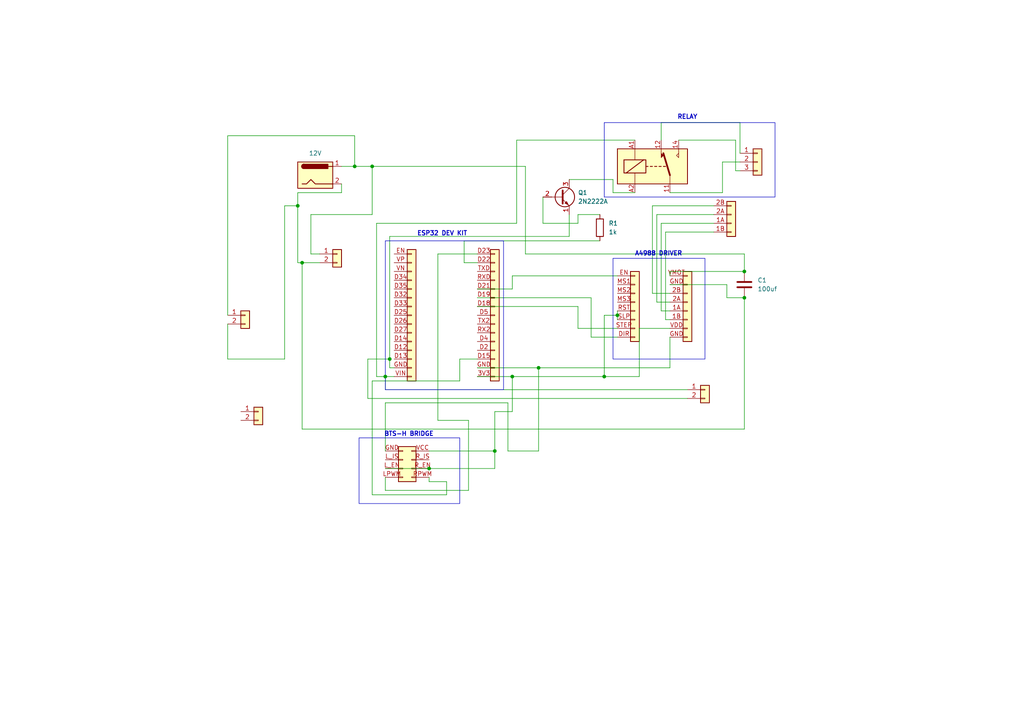
<source format=kicad_sch>
(kicad_sch
	(version 20250114)
	(generator "eeschema")
	(generator_version "9.0")
	(uuid "2ff25909-0e1b-4294-ab87-8fd6f8d686c7")
	(paper "A4")
	(lib_symbols
		(symbol "Conn_01x08_1"
			(pin_names
				(offset 1.016)
				(hide yes)
			)
			(exclude_from_sim no)
			(in_bom yes)
			(on_board yes)
			(property "Reference" "J3"
				(at 2.54 0.0001 0)
				(effects
					(font
						(size 1.27 1.27)
					)
					(justify left)
				)
			)
			(property "Value" "Conn_01x08"
				(at 2.54 -2.5399 0)
				(show_name)
				(effects
					(font
						(size 1.27 1.27)
					)
					(justify left)
				)
			)
			(property "Footprint" "Connector_PinHeader_2.54mm:PinHeader_1x08_P2.54mm_Vertical"
				(at 0 0 0)
				(effects
					(font
						(size 1.27 1.27)
					)
					(hide yes)
				)
			)
			(property "Datasheet" "~"
				(at 0 0 0)
				(effects
					(font
						(size 1.27 1.27)
					)
					(hide yes)
				)
			)
			(property "Description" "Generic connector, single row, 01x08, script generated (kicad-library-utils/schlib/autogen/connector/)"
				(at 0 0 0)
				(effects
					(font
						(size 1.27 1.27)
					)
					(hide yes)
				)
			)
			(property "ki_keywords" "connector"
				(at 0 0 0)
				(effects
					(font
						(size 1.27 1.27)
					)
					(hide yes)
				)
			)
			(property "ki_fp_filters" "Connector*:*_1x??_*"
				(at 0 0 0)
				(effects
					(font
						(size 1.27 1.27)
					)
					(hide yes)
				)
			)
			(symbol "Conn_01x08_1_1_1"
				(rectangle
					(start -1.27 8.89)
					(end 1.27 -11.43)
					(stroke
						(width 0.254)
						(type default)
					)
					(fill
						(type background)
					)
				)
				(rectangle
					(start -1.27 7.747)
					(end 0 7.493)
					(stroke
						(width 0.1524)
						(type default)
					)
					(fill
						(type none)
					)
				)
				(rectangle
					(start -1.27 5.207)
					(end 0 4.953)
					(stroke
						(width 0.1524)
						(type default)
					)
					(fill
						(type none)
					)
				)
				(rectangle
					(start -1.27 2.667)
					(end 0 2.413)
					(stroke
						(width 0.1524)
						(type default)
					)
					(fill
						(type none)
					)
				)
				(rectangle
					(start -1.27 0.127)
					(end 0 -0.127)
					(stroke
						(width 0.1524)
						(type default)
					)
					(fill
						(type none)
					)
				)
				(rectangle
					(start -1.27 -2.413)
					(end 0 -2.667)
					(stroke
						(width 0.1524)
						(type default)
					)
					(fill
						(type none)
					)
				)
				(rectangle
					(start -1.27 -4.953)
					(end 0 -5.207)
					(stroke
						(width 0.1524)
						(type default)
					)
					(fill
						(type none)
					)
				)
				(rectangle
					(start -1.27 -7.493)
					(end 0 -7.747)
					(stroke
						(width 0.1524)
						(type default)
					)
					(fill
						(type none)
					)
				)
				(rectangle
					(start -1.27 -10.033)
					(end 0 -10.287)
					(stroke
						(width 0.1524)
						(type default)
					)
					(fill
						(type none)
					)
				)
				(pin passive line
					(at -5.08 7.62 0)
					(length 3.81)
					(name "Pin_1"
						(effects
							(font
								(size 1.27 1.27)
							)
						)
					)
					(number "EN"
						(effects
							(font
								(size 1.27 1.27)
							)
						)
					)
				)
				(pin passive line
					(at -5.08 5.08 0)
					(length 3.81)
					(name "Pin_2"
						(effects
							(font
								(size 1.27 1.27)
							)
						)
					)
					(number "MS1"
						(effects
							(font
								(size 1.27 1.27)
							)
						)
					)
				)
				(pin passive line
					(at -5.08 2.54 0)
					(length 3.81)
					(name "Pin_3"
						(effects
							(font
								(size 1.27 1.27)
							)
						)
					)
					(number "MS2"
						(effects
							(font
								(size 1.27 1.27)
							)
						)
					)
				)
				(pin passive line
					(at -5.08 0 0)
					(length 3.81)
					(name "Pin_4"
						(effects
							(font
								(size 1.27 1.27)
							)
						)
					)
					(number "MS3"
						(effects
							(font
								(size 1.27 1.27)
							)
						)
					)
				)
				(pin passive line
					(at -5.08 -2.54 0)
					(length 3.81)
					(name "Pin_5"
						(effects
							(font
								(size 1.27 1.27)
							)
						)
					)
					(number "RST"
						(effects
							(font
								(size 1.27 1.27)
							)
						)
					)
				)
				(pin passive line
					(at -5.08 -5.08 0)
					(length 3.81)
					(name "Pin_6"
						(effects
							(font
								(size 1.27 1.27)
							)
						)
					)
					(number "SLP"
						(effects
							(font
								(size 1.27 1.27)
							)
						)
					)
				)
				(pin passive line
					(at -5.08 -7.62 0)
					(length 3.81)
					(name "Pin_7"
						(effects
							(font
								(size 1.27 1.27)
							)
						)
					)
					(number "STEP"
						(effects
							(font
								(size 1.27 1.27)
							)
						)
					)
				)
				(pin passive line
					(at -5.08 -10.16 0)
					(length 3.81)
					(name "Pin_8"
						(effects
							(font
								(size 1.27 1.27)
							)
						)
					)
					(number "DIR"
						(effects
							(font
								(size 1.27 1.27)
							)
						)
					)
				)
			)
			(embedded_fonts no)
		)
		(symbol "Conn_01x15_1"
			(pin_names
				(offset 1.016)
				(hide yes)
			)
			(exclude_from_sim no)
			(in_bom yes)
			(on_board yes)
			(property "Reference" "J1"
				(at 2.54 1.2701 0)
				(effects
					(font
						(size 1.27 1.27)
					)
					(justify left)
				)
			)
			(property "Value" "Conn_01x15"
				(at 2.54 -1.2699 0)
				(effects
					(font
						(size 1.27 1.27)
					)
					(justify left)
				)
			)
			(property "Footprint" "Connector_PinHeader_2.54mm:PinHeader_1x15_P2.54mm_Vertical"
				(at 0 0 0)
				(effects
					(font
						(size 1.27 1.27)
					)
					(hide yes)
				)
			)
			(property "Datasheet" "~"
				(at 0 0 0)
				(effects
					(font
						(size 1.27 1.27)
					)
					(hide yes)
				)
			)
			(property "Description" "Generic connector, single row, 01x15, script generated (kicad-library-utils/schlib/autogen/connector/)"
				(at 0 0 0)
				(effects
					(font
						(size 1.27 1.27)
					)
					(hide yes)
				)
			)
			(property "ki_keywords" "connector"
				(at 0 0 0)
				(effects
					(font
						(size 1.27 1.27)
					)
					(hide yes)
				)
			)
			(property "ki_fp_filters" "Connector*:*_1x??_*"
				(at 0 0 0)
				(effects
					(font
						(size 1.27 1.27)
					)
					(hide yes)
				)
			)
			(symbol "Conn_01x15_1_1_1"
				(rectangle
					(start -1.27 19.05)
					(end 1.27 -19.05)
					(stroke
						(width 0.254)
						(type default)
					)
					(fill
						(type background)
					)
				)
				(rectangle
					(start -1.27 17.907)
					(end 0 17.653)
					(stroke
						(width 0.1524)
						(type default)
					)
					(fill
						(type none)
					)
				)
				(rectangle
					(start -1.27 15.367)
					(end 0 15.113)
					(stroke
						(width 0.1524)
						(type default)
					)
					(fill
						(type none)
					)
				)
				(rectangle
					(start -1.27 12.827)
					(end 0 12.573)
					(stroke
						(width 0.1524)
						(type default)
					)
					(fill
						(type none)
					)
				)
				(rectangle
					(start -1.27 10.287)
					(end 0 10.033)
					(stroke
						(width 0.1524)
						(type default)
					)
					(fill
						(type none)
					)
				)
				(rectangle
					(start -1.27 7.747)
					(end 0 7.493)
					(stroke
						(width 0.1524)
						(type default)
					)
					(fill
						(type none)
					)
				)
				(rectangle
					(start -1.27 5.207)
					(end 0 4.953)
					(stroke
						(width 0.1524)
						(type default)
					)
					(fill
						(type none)
					)
				)
				(rectangle
					(start -1.27 2.667)
					(end 0 2.413)
					(stroke
						(width 0.1524)
						(type default)
					)
					(fill
						(type none)
					)
				)
				(rectangle
					(start -1.27 0.127)
					(end 0 -0.127)
					(stroke
						(width 0.1524)
						(type default)
					)
					(fill
						(type none)
					)
				)
				(rectangle
					(start -1.27 -2.413)
					(end 0 -2.667)
					(stroke
						(width 0.1524)
						(type default)
					)
					(fill
						(type none)
					)
				)
				(rectangle
					(start -1.27 -4.953)
					(end 0 -5.207)
					(stroke
						(width 0.1524)
						(type default)
					)
					(fill
						(type none)
					)
				)
				(rectangle
					(start -1.27 -7.493)
					(end 0 -7.747)
					(stroke
						(width 0.1524)
						(type default)
					)
					(fill
						(type none)
					)
				)
				(rectangle
					(start -1.27 -10.033)
					(end 0 -10.287)
					(stroke
						(width 0.1524)
						(type default)
					)
					(fill
						(type none)
					)
				)
				(rectangle
					(start -1.27 -12.573)
					(end 0 -12.827)
					(stroke
						(width 0.1524)
						(type default)
					)
					(fill
						(type none)
					)
				)
				(rectangle
					(start -1.27 -15.113)
					(end 0 -15.367)
					(stroke
						(width 0.1524)
						(type default)
					)
					(fill
						(type none)
					)
				)
				(rectangle
					(start -1.27 -17.653)
					(end 0 -17.907)
					(stroke
						(width 0.1524)
						(type default)
					)
					(fill
						(type none)
					)
				)
				(pin passive line
					(at -5.08 17.78 0)
					(length 3.81)
					(name "Pin_1"
						(effects
							(font
								(size 1.27 1.27)
							)
						)
					)
					(number "EN"
						(effects
							(font
								(size 1.27 1.27)
							)
						)
					)
				)
				(pin passive line
					(at -5.08 15.24 0)
					(length 3.81)
					(name "Pin_2"
						(effects
							(font
								(size 1.27 1.27)
							)
						)
					)
					(number "VP"
						(effects
							(font
								(size 1.27 1.27)
							)
						)
					)
				)
				(pin passive line
					(at -5.08 12.7 0)
					(length 3.81)
					(name "Pin_3"
						(effects
							(font
								(size 1.27 1.27)
							)
						)
					)
					(number "VN"
						(effects
							(font
								(size 1.27 1.27)
							)
						)
					)
				)
				(pin passive line
					(at -5.08 10.16 0)
					(length 3.81)
					(name "Pin_4"
						(effects
							(font
								(size 1.27 1.27)
							)
						)
					)
					(number "D34"
						(effects
							(font
								(size 1.27 1.27)
							)
						)
					)
				)
				(pin passive line
					(at -5.08 7.62 0)
					(length 3.81)
					(name "Pin_5"
						(effects
							(font
								(size 1.27 1.27)
							)
						)
					)
					(number "D35"
						(effects
							(font
								(size 1.27 1.27)
							)
						)
					)
				)
				(pin passive line
					(at -5.08 5.08 0)
					(length 3.81)
					(name "Pin_6"
						(effects
							(font
								(size 1.27 1.27)
							)
						)
					)
					(number "D32"
						(effects
							(font
								(size 1.27 1.27)
							)
						)
					)
				)
				(pin passive line
					(at -5.08 2.54 0)
					(length 3.81)
					(name "Pin_7"
						(effects
							(font
								(size 1.27 1.27)
							)
						)
					)
					(number "D33"
						(effects
							(font
								(size 1.27 1.27)
							)
						)
					)
				)
				(pin passive line
					(at -5.08 0 0)
					(length 3.81)
					(name "Pin_8"
						(effects
							(font
								(size 1.27 1.27)
							)
						)
					)
					(number "D25"
						(effects
							(font
								(size 1.27 1.27)
							)
						)
					)
				)
				(pin passive line
					(at -5.08 -2.54 0)
					(length 3.81)
					(name "Pin_9"
						(effects
							(font
								(size 1.27 1.27)
							)
						)
					)
					(number "D26"
						(effects
							(font
								(size 1.27 1.27)
							)
						)
					)
				)
				(pin passive line
					(at -5.08 -5.08 0)
					(length 3.81)
					(name "Pin_10"
						(effects
							(font
								(size 1.27 1.27)
							)
						)
					)
					(number "D27"
						(effects
							(font
								(size 1.27 1.27)
							)
						)
					)
				)
				(pin passive line
					(at -5.08 -7.62 0)
					(length 3.81)
					(name "Pin_11"
						(effects
							(font
								(size 1.27 1.27)
							)
						)
					)
					(number "D14"
						(effects
							(font
								(size 1.27 1.27)
							)
						)
					)
				)
				(pin passive line
					(at -5.08 -10.16 0)
					(length 3.81)
					(name "Pin_12"
						(effects
							(font
								(size 1.27 1.27)
							)
						)
					)
					(number "D12"
						(effects
							(font
								(size 1.27 1.27)
							)
						)
					)
				)
				(pin passive line
					(at -5.08 -12.7 0)
					(length 3.81)
					(name "Pin_13"
						(effects
							(font
								(size 1.27 1.27)
							)
						)
					)
					(number "D13"
						(effects
							(font
								(size 1.27 1.27)
							)
						)
					)
				)
				(pin passive line
					(at -5.08 -15.24 0)
					(length 3.81)
					(name "Pin_14"
						(effects
							(font
								(size 1.27 1.27)
							)
						)
					)
					(number "GND"
						(effects
							(font
								(size 1.27 1.27)
							)
						)
					)
				)
				(pin passive line
					(at -5.08 -17.78 0)
					(length 3.81)
					(name "Pin_15"
						(effects
							(font
								(size 1.27 1.27)
							)
						)
					)
					(number "VIN"
						(effects
							(font
								(size 1.27 1.27)
							)
						)
					)
				)
			)
			(embedded_fonts no)
		)
		(symbol "Connector:Barrel_Jack"
			(pin_names
				(offset 1.016)
			)
			(exclude_from_sim no)
			(in_bom yes)
			(on_board yes)
			(property "Reference" "J"
				(at 0 5.334 0)
				(effects
					(font
						(size 1.27 1.27)
					)
				)
			)
			(property "Value" "Barrel_Jack"
				(at 0 -5.08 0)
				(effects
					(font
						(size 1.27 1.27)
					)
				)
			)
			(property "Footprint" ""
				(at 1.27 -1.016 0)
				(effects
					(font
						(size 1.27 1.27)
					)
					(hide yes)
				)
			)
			(property "Datasheet" "~"
				(at 1.27 -1.016 0)
				(effects
					(font
						(size 1.27 1.27)
					)
					(hide yes)
				)
			)
			(property "Description" "DC Barrel Jack"
				(at 0 0 0)
				(effects
					(font
						(size 1.27 1.27)
					)
					(hide yes)
				)
			)
			(property "ki_keywords" "DC power barrel jack connector"
				(at 0 0 0)
				(effects
					(font
						(size 1.27 1.27)
					)
					(hide yes)
				)
			)
			(property "ki_fp_filters" "BarrelJack*"
				(at 0 0 0)
				(effects
					(font
						(size 1.27 1.27)
					)
					(hide yes)
				)
			)
			(symbol "Barrel_Jack_0_1"
				(rectangle
					(start -5.08 3.81)
					(end 5.08 -3.81)
					(stroke
						(width 0.254)
						(type default)
					)
					(fill
						(type background)
					)
				)
				(polyline
					(pts
						(xy -3.81 -2.54) (xy -2.54 -2.54) (xy -1.27 -1.27) (xy 0 -2.54) (xy 2.54 -2.54) (xy 5.08 -2.54)
					)
					(stroke
						(width 0.254)
						(type default)
					)
					(fill
						(type none)
					)
				)
				(arc
					(start -3.302 1.905)
					(mid -3.9343 2.54)
					(end -3.302 3.175)
					(stroke
						(width 0.254)
						(type default)
					)
					(fill
						(type none)
					)
				)
				(arc
					(start -3.302 1.905)
					(mid -3.9343 2.54)
					(end -3.302 3.175)
					(stroke
						(width 0.254)
						(type default)
					)
					(fill
						(type outline)
					)
				)
				(rectangle
					(start 3.683 3.175)
					(end -3.302 1.905)
					(stroke
						(width 0.254)
						(type default)
					)
					(fill
						(type outline)
					)
				)
				(polyline
					(pts
						(xy 5.08 2.54) (xy 3.81 2.54)
					)
					(stroke
						(width 0.254)
						(type default)
					)
					(fill
						(type none)
					)
				)
			)
			(symbol "Barrel_Jack_1_1"
				(pin passive line
					(at 7.62 2.54 180)
					(length 2.54)
					(name "~"
						(effects
							(font
								(size 1.27 1.27)
							)
						)
					)
					(number "1"
						(effects
							(font
								(size 1.27 1.27)
							)
						)
					)
				)
				(pin passive line
					(at 7.62 -2.54 180)
					(length 2.54)
					(name "~"
						(effects
							(font
								(size 1.27 1.27)
							)
						)
					)
					(number "2"
						(effects
							(font
								(size 1.27 1.27)
							)
						)
					)
				)
			)
			(embedded_fonts no)
		)
		(symbol "Connector_Generic:Conn_01x02"
			(pin_names
				(offset 1.016)
				(hide yes)
			)
			(exclude_from_sim no)
			(in_bom yes)
			(on_board yes)
			(property "Reference" "J"
				(at 0 2.54 0)
				(effects
					(font
						(size 1.27 1.27)
					)
				)
			)
			(property "Value" "Conn_01x02"
				(at 0 -5.08 0)
				(effects
					(font
						(size 1.27 1.27)
					)
				)
			)
			(property "Footprint" ""
				(at 0 0 0)
				(effects
					(font
						(size 1.27 1.27)
					)
					(hide yes)
				)
			)
			(property "Datasheet" "~"
				(at 0 0 0)
				(effects
					(font
						(size 1.27 1.27)
					)
					(hide yes)
				)
			)
			(property "Description" "Generic connector, single row, 01x02, script generated (kicad-library-utils/schlib/autogen/connector/)"
				(at 0 0 0)
				(effects
					(font
						(size 1.27 1.27)
					)
					(hide yes)
				)
			)
			(property "ki_keywords" "connector"
				(at 0 0 0)
				(effects
					(font
						(size 1.27 1.27)
					)
					(hide yes)
				)
			)
			(property "ki_fp_filters" "Connector*:*_1x??_*"
				(at 0 0 0)
				(effects
					(font
						(size 1.27 1.27)
					)
					(hide yes)
				)
			)
			(symbol "Conn_01x02_1_1"
				(rectangle
					(start -1.27 1.27)
					(end 1.27 -3.81)
					(stroke
						(width 0.254)
						(type default)
					)
					(fill
						(type background)
					)
				)
				(rectangle
					(start -1.27 0.127)
					(end 0 -0.127)
					(stroke
						(width 0.1524)
						(type default)
					)
					(fill
						(type none)
					)
				)
				(rectangle
					(start -1.27 -2.413)
					(end 0 -2.667)
					(stroke
						(width 0.1524)
						(type default)
					)
					(fill
						(type none)
					)
				)
				(pin passive line
					(at -5.08 0 0)
					(length 3.81)
					(name "Pin_1"
						(effects
							(font
								(size 1.27 1.27)
							)
						)
					)
					(number "1"
						(effects
							(font
								(size 1.27 1.27)
							)
						)
					)
				)
				(pin passive line
					(at -5.08 -2.54 0)
					(length 3.81)
					(name "Pin_2"
						(effects
							(font
								(size 1.27 1.27)
							)
						)
					)
					(number "2"
						(effects
							(font
								(size 1.27 1.27)
							)
						)
					)
				)
			)
			(embedded_fonts no)
		)
		(symbol "Connector_Generic:Conn_01x03"
			(pin_names
				(offset 1.016)
				(hide yes)
			)
			(exclude_from_sim no)
			(in_bom yes)
			(on_board yes)
			(property "Reference" "J"
				(at 0 5.08 0)
				(effects
					(font
						(size 1.27 1.27)
					)
				)
			)
			(property "Value" "Conn_01x03"
				(at 0 -5.08 0)
				(effects
					(font
						(size 1.27 1.27)
					)
				)
			)
			(property "Footprint" ""
				(at 0 0 0)
				(effects
					(font
						(size 1.27 1.27)
					)
					(hide yes)
				)
			)
			(property "Datasheet" "~"
				(at 0 0 0)
				(effects
					(font
						(size 1.27 1.27)
					)
					(hide yes)
				)
			)
			(property "Description" "Generic connector, single row, 01x03, script generated (kicad-library-utils/schlib/autogen/connector/)"
				(at 0 0 0)
				(effects
					(font
						(size 1.27 1.27)
					)
					(hide yes)
				)
			)
			(property "ki_keywords" "connector"
				(at 0 0 0)
				(effects
					(font
						(size 1.27 1.27)
					)
					(hide yes)
				)
			)
			(property "ki_fp_filters" "Connector*:*_1x??_*"
				(at 0 0 0)
				(effects
					(font
						(size 1.27 1.27)
					)
					(hide yes)
				)
			)
			(symbol "Conn_01x03_1_1"
				(rectangle
					(start -1.27 3.81)
					(end 1.27 -3.81)
					(stroke
						(width 0.254)
						(type default)
					)
					(fill
						(type background)
					)
				)
				(rectangle
					(start -1.27 2.667)
					(end 0 2.413)
					(stroke
						(width 0.1524)
						(type default)
					)
					(fill
						(type none)
					)
				)
				(rectangle
					(start -1.27 0.127)
					(end 0 -0.127)
					(stroke
						(width 0.1524)
						(type default)
					)
					(fill
						(type none)
					)
				)
				(rectangle
					(start -1.27 -2.413)
					(end 0 -2.667)
					(stroke
						(width 0.1524)
						(type default)
					)
					(fill
						(type none)
					)
				)
				(pin passive line
					(at -5.08 2.54 0)
					(length 3.81)
					(name "Pin_1"
						(effects
							(font
								(size 1.27 1.27)
							)
						)
					)
					(number "1"
						(effects
							(font
								(size 1.27 1.27)
							)
						)
					)
				)
				(pin passive line
					(at -5.08 0 0)
					(length 3.81)
					(name "Pin_2"
						(effects
							(font
								(size 1.27 1.27)
							)
						)
					)
					(number "2"
						(effects
							(font
								(size 1.27 1.27)
							)
						)
					)
				)
				(pin passive line
					(at -5.08 -2.54 0)
					(length 3.81)
					(name "Pin_3"
						(effects
							(font
								(size 1.27 1.27)
							)
						)
					)
					(number "3"
						(effects
							(font
								(size 1.27 1.27)
							)
						)
					)
				)
			)
			(embedded_fonts no)
		)
		(symbol "Connector_Generic:Conn_01x04"
			(pin_names
				(offset 1.016)
				(hide yes)
			)
			(exclude_from_sim no)
			(in_bom yes)
			(on_board yes)
			(property "Reference" "J5"
				(at 2.54 0.0001 0)
				(effects
					(font
						(size 1.27 1.27)
					)
					(justify left)
					(hide yes)
				)
			)
			(property "Value" "Conn_01x04"
				(at 2.54 -2.5399 0)
				(effects
					(font
						(size 1.27 1.27)
					)
					(justify left)
					(hide yes)
				)
			)
			(property "Footprint" "Connector_PinHeader_2.54mm:PinHeader_1x04_P2.54mm_Horizontal"
				(at 0 0 0)
				(effects
					(font
						(size 1.27 1.27)
					)
					(hide yes)
				)
			)
			(property "Datasheet" "~"
				(at 0 0 0)
				(effects
					(font
						(size 1.27 1.27)
					)
					(hide yes)
				)
			)
			(property "Description" "Generic connector, single row, 01x04, script generated (kicad-library-utils/schlib/autogen/connector/)"
				(at 0 0 0)
				(effects
					(font
						(size 1.27 1.27)
					)
					(hide yes)
				)
			)
			(property "ki_keywords" "connector"
				(at 0 0 0)
				(effects
					(font
						(size 1.27 1.27)
					)
					(hide yes)
				)
			)
			(property "ki_fp_filters" "Connector*:*_1x??_*"
				(at 0 0 0)
				(effects
					(font
						(size 1.27 1.27)
					)
					(hide yes)
				)
			)
			(symbol "Conn_01x04_1_1"
				(rectangle
					(start -1.27 3.81)
					(end 1.27 -6.35)
					(stroke
						(width 0.254)
						(type default)
					)
					(fill
						(type background)
					)
				)
				(rectangle
					(start -1.27 2.667)
					(end 0 2.413)
					(stroke
						(width 0.1524)
						(type default)
					)
					(fill
						(type none)
					)
				)
				(rectangle
					(start -1.27 0.127)
					(end 0 -0.127)
					(stroke
						(width 0.1524)
						(type default)
					)
					(fill
						(type none)
					)
				)
				(rectangle
					(start -1.27 -2.413)
					(end 0 -2.667)
					(stroke
						(width 0.1524)
						(type default)
					)
					(fill
						(type none)
					)
				)
				(rectangle
					(start -1.27 -4.953)
					(end 0 -5.207)
					(stroke
						(width 0.1524)
						(type default)
					)
					(fill
						(type none)
					)
				)
				(pin passive line
					(at -5.08 2.54 0)
					(length 3.81)
					(name "Pin_1"
						(effects
							(font
								(size 1.27 1.27)
							)
						)
					)
					(number "2B"
						(effects
							(font
								(size 1.27 1.27)
							)
						)
					)
				)
				(pin passive line
					(at -5.08 0 0)
					(length 3.81)
					(name "Pin_2"
						(effects
							(font
								(size 1.27 1.27)
							)
						)
					)
					(number "2A"
						(effects
							(font
								(size 1.27 1.27)
							)
						)
					)
				)
				(pin passive line
					(at -5.08 -2.54 0)
					(length 3.81)
					(name "Pin_3"
						(effects
							(font
								(size 1.27 1.27)
							)
						)
					)
					(number "1A"
						(effects
							(font
								(size 1.27 1.27)
							)
						)
					)
				)
				(pin passive line
					(at -5.08 -5.08 0)
					(length 3.81)
					(name "Pin_4"
						(effects
							(font
								(size 1.27 1.27)
							)
						)
					)
					(number "1B"
						(effects
							(font
								(size 1.27 1.27)
							)
						)
					)
				)
			)
			(embedded_fonts no)
		)
		(symbol "Connector_Generic:Conn_01x08"
			(pin_names
				(offset 1.016)
				(hide yes)
			)
			(exclude_from_sim no)
			(in_bom yes)
			(on_board yes)
			(property "Reference" "J4"
				(at 2.54 0.0001 0)
				(effects
					(font
						(size 1.27 1.27)
					)
					(justify left)
				)
			)
			(property "Value" "Conn_01x08"
				(at 2.54 -2.5399 0)
				(show_name)
				(effects
					(font
						(size 1.27 1.27)
					)
					(justify left)
				)
			)
			(property "Footprint" "Connector_PinHeader_2.54mm:PinHeader_1x08_P2.54mm_Vertical"
				(at 0 0 0)
				(effects
					(font
						(size 1.27 1.27)
					)
					(hide yes)
				)
			)
			(property "Datasheet" "~"
				(at 0 0 0)
				(effects
					(font
						(size 1.27 1.27)
					)
					(hide yes)
				)
			)
			(property "Description" "Generic connector, single row, 01x08, script generated (kicad-library-utils/schlib/autogen/connector/)"
				(at 0 0 0)
				(effects
					(font
						(size 1.27 1.27)
					)
					(hide yes)
				)
			)
			(property "ki_keywords" "connector"
				(at 0 0 0)
				(effects
					(font
						(size 1.27 1.27)
					)
					(hide yes)
				)
			)
			(property "ki_fp_filters" "Connector*:*_1x??_*"
				(at 0 0 0)
				(effects
					(font
						(size 1.27 1.27)
					)
					(hide yes)
				)
			)
			(symbol "Conn_01x08_1_1"
				(rectangle
					(start -1.27 8.89)
					(end 1.27 -11.43)
					(stroke
						(width 0.254)
						(type default)
					)
					(fill
						(type background)
					)
				)
				(rectangle
					(start -1.27 7.747)
					(end 0 7.493)
					(stroke
						(width 0.1524)
						(type default)
					)
					(fill
						(type none)
					)
				)
				(rectangle
					(start -1.27 5.207)
					(end 0 4.953)
					(stroke
						(width 0.1524)
						(type default)
					)
					(fill
						(type none)
					)
				)
				(rectangle
					(start -1.27 2.667)
					(end 0 2.413)
					(stroke
						(width 0.1524)
						(type default)
					)
					(fill
						(type none)
					)
				)
				(rectangle
					(start -1.27 0.127)
					(end 0 -0.127)
					(stroke
						(width 0.1524)
						(type default)
					)
					(fill
						(type none)
					)
				)
				(rectangle
					(start -1.27 -2.413)
					(end 0 -2.667)
					(stroke
						(width 0.1524)
						(type default)
					)
					(fill
						(type none)
					)
				)
				(rectangle
					(start -1.27 -4.953)
					(end 0 -5.207)
					(stroke
						(width 0.1524)
						(type default)
					)
					(fill
						(type none)
					)
				)
				(rectangle
					(start -1.27 -7.493)
					(end 0 -7.747)
					(stroke
						(width 0.1524)
						(type default)
					)
					(fill
						(type none)
					)
				)
				(rectangle
					(start -1.27 -10.033)
					(end 0 -10.287)
					(stroke
						(width 0.1524)
						(type default)
					)
					(fill
						(type none)
					)
				)
				(pin passive line
					(at -5.08 7.62 0)
					(length 3.81)
					(name "Pin_1"
						(effects
							(font
								(size 1.27 1.27)
							)
						)
					)
					(number "VMOT"
						(effects
							(font
								(size 1.27 1.27)
							)
						)
					)
				)
				(pin passive line
					(at -5.08 5.08 0)
					(length 3.81)
					(name "GND"
						(effects
							(font
								(size 1.27 1.27)
							)
						)
					)
					(number "GND"
						(effects
							(font
								(size 1.27 1.27)
							)
						)
					)
				)
				(pin passive line
					(at -5.08 2.54 0)
					(length 3.81)
					(name "Pin_3"
						(effects
							(font
								(size 1.27 1.27)
							)
						)
					)
					(number "2B"
						(effects
							(font
								(size 1.27 1.27)
							)
						)
					)
				)
				(pin passive line
					(at -5.08 0 0)
					(length 3.81)
					(name "Pin_4"
						(effects
							(font
								(size 1.27 1.27)
							)
						)
					)
					(number "2A"
						(effects
							(font
								(size 1.27 1.27)
							)
						)
					)
				)
				(pin passive line
					(at -5.08 -2.54 0)
					(length 3.81)
					(name "Pin_5"
						(effects
							(font
								(size 1.27 1.27)
							)
						)
					)
					(number "1A"
						(effects
							(font
								(size 1.27 1.27)
							)
						)
					)
				)
				(pin passive line
					(at -5.08 -5.08 0)
					(length 3.81)
					(name "Pin_6"
						(effects
							(font
								(size 1.27 1.27)
							)
						)
					)
					(number "1B"
						(effects
							(font
								(size 1.27 1.27)
							)
						)
					)
				)
				(pin passive line
					(at -5.08 -7.62 0)
					(length 3.81)
					(name "Pin_7"
						(effects
							(font
								(size 1.27 1.27)
							)
						)
					)
					(number "VDD"
						(effects
							(font
								(size 1.27 1.27)
							)
						)
					)
				)
				(pin passive line
					(at -5.08 -10.16 0)
					(length 3.81)
					(name "GND"
						(effects
							(font
								(size 1.27 1.27)
							)
						)
					)
					(number "GND"
						(effects
							(font
								(size 1.27 1.27)
							)
						)
					)
				)
			)
			(embedded_fonts no)
		)
		(symbol "Connector_Generic:Conn_01x15"
			(pin_names
				(offset 1.016)
				(hide yes)
			)
			(exclude_from_sim no)
			(in_bom yes)
			(on_board yes)
			(property "Reference" "J2"
				(at 2.54 1.2701 0)
				(effects
					(font
						(size 1.27 1.27)
					)
					(justify left)
				)
			)
			(property "Value" "Conn_01x15"
				(at 2.54 -1.2699 0)
				(effects
					(font
						(size 1.27 1.27)
					)
					(justify left)
				)
			)
			(property "Footprint" "Connector_PinHeader_2.54mm:PinHeader_1x15_P2.54mm_Vertical"
				(at 0 0 0)
				(effects
					(font
						(size 1.27 1.27)
					)
					(hide yes)
				)
			)
			(property "Datasheet" "~"
				(at 0 0 0)
				(effects
					(font
						(size 1.27 1.27)
					)
					(hide yes)
				)
			)
			(property "Description" "Generic connector, single row, 01x15, script generated (kicad-library-utils/schlib/autogen/connector/)"
				(at 0 0 0)
				(effects
					(font
						(size 1.27 1.27)
					)
					(hide yes)
				)
			)
			(property "ki_keywords" "connector"
				(at 0 0 0)
				(effects
					(font
						(size 1.27 1.27)
					)
					(hide yes)
				)
			)
			(property "ki_fp_filters" "Connector*:*_1x??_*"
				(at 0 0 0)
				(effects
					(font
						(size 1.27 1.27)
					)
					(hide yes)
				)
			)
			(symbol "Conn_01x15_1_1"
				(rectangle
					(start -1.27 19.05)
					(end 1.27 -19.05)
					(stroke
						(width 0.254)
						(type default)
					)
					(fill
						(type background)
					)
				)
				(rectangle
					(start -1.27 17.907)
					(end 0 17.653)
					(stroke
						(width 0.1524)
						(type default)
					)
					(fill
						(type none)
					)
				)
				(rectangle
					(start -1.27 15.367)
					(end 0 15.113)
					(stroke
						(width 0.1524)
						(type default)
					)
					(fill
						(type none)
					)
				)
				(rectangle
					(start -1.27 12.827)
					(end 0 12.573)
					(stroke
						(width 0.1524)
						(type default)
					)
					(fill
						(type none)
					)
				)
				(rectangle
					(start -1.27 10.287)
					(end 0 10.033)
					(stroke
						(width 0.1524)
						(type default)
					)
					(fill
						(type none)
					)
				)
				(rectangle
					(start -1.27 7.747)
					(end 0 7.493)
					(stroke
						(width 0.1524)
						(type default)
					)
					(fill
						(type none)
					)
				)
				(rectangle
					(start -1.27 5.207)
					(end 0 4.953)
					(stroke
						(width 0.1524)
						(type default)
					)
					(fill
						(type none)
					)
				)
				(rectangle
					(start -1.27 2.667)
					(end 0 2.413)
					(stroke
						(width 0.1524)
						(type default)
					)
					(fill
						(type none)
					)
				)
				(rectangle
					(start -1.27 0.127)
					(end 0 -0.127)
					(stroke
						(width 0.1524)
						(type default)
					)
					(fill
						(type none)
					)
				)
				(rectangle
					(start -1.27 -2.413)
					(end 0 -2.667)
					(stroke
						(width 0.1524)
						(type default)
					)
					(fill
						(type none)
					)
				)
				(rectangle
					(start -1.27 -4.953)
					(end 0 -5.207)
					(stroke
						(width 0.1524)
						(type default)
					)
					(fill
						(type none)
					)
				)
				(rectangle
					(start -1.27 -7.493)
					(end 0 -7.747)
					(stroke
						(width 0.1524)
						(type default)
					)
					(fill
						(type none)
					)
				)
				(rectangle
					(start -1.27 -10.033)
					(end 0 -10.287)
					(stroke
						(width 0.1524)
						(type default)
					)
					(fill
						(type none)
					)
				)
				(rectangle
					(start -1.27 -12.573)
					(end 0 -12.827)
					(stroke
						(width 0.1524)
						(type default)
					)
					(fill
						(type none)
					)
				)
				(rectangle
					(start -1.27 -15.113)
					(end 0 -15.367)
					(stroke
						(width 0.1524)
						(type default)
					)
					(fill
						(type none)
					)
				)
				(rectangle
					(start -1.27 -17.653)
					(end 0 -17.907)
					(stroke
						(width 0.1524)
						(type default)
					)
					(fill
						(type none)
					)
				)
				(pin passive line
					(at -5.08 17.78 0)
					(length 3.81)
					(name "Pin_1"
						(effects
							(font
								(size 1.27 1.27)
							)
						)
					)
					(number "D23"
						(effects
							(font
								(size 1.27 1.27)
							)
						)
					)
				)
				(pin passive line
					(at -5.08 15.24 0)
					(length 3.81)
					(name "Pin_2"
						(effects
							(font
								(size 1.27 1.27)
							)
						)
					)
					(number "D22"
						(effects
							(font
								(size 1.27 1.27)
							)
						)
					)
				)
				(pin passive line
					(at -5.08 12.7 0)
					(length 3.81)
					(name "Pin_3"
						(effects
							(font
								(size 1.27 1.27)
							)
						)
					)
					(number "TXD"
						(effects
							(font
								(size 1.27 1.27)
							)
						)
					)
				)
				(pin passive line
					(at -5.08 10.16 0)
					(length 3.81)
					(name "Pin_4"
						(effects
							(font
								(size 1.27 1.27)
							)
						)
					)
					(number "RXD"
						(effects
							(font
								(size 1.27 1.27)
							)
						)
					)
				)
				(pin passive line
					(at -5.08 7.62 0)
					(length 3.81)
					(name "Pin_5"
						(effects
							(font
								(size 1.27 1.27)
							)
						)
					)
					(number "D21"
						(effects
							(font
								(size 1.27 1.27)
							)
						)
					)
				)
				(pin passive line
					(at -5.08 5.08 0)
					(length 3.81)
					(name "Pin_6"
						(effects
							(font
								(size 1.27 1.27)
							)
						)
					)
					(number "D19"
						(effects
							(font
								(size 1.27 1.27)
							)
						)
					)
				)
				(pin passive line
					(at -5.08 2.54 0)
					(length 3.81)
					(name "Pin_7"
						(effects
							(font
								(size 1.27 1.27)
							)
						)
					)
					(number "D18"
						(effects
							(font
								(size 1.27 1.27)
							)
						)
					)
				)
				(pin passive line
					(at -5.08 0 0)
					(length 3.81)
					(name "Pin_8"
						(effects
							(font
								(size 1.27 1.27)
							)
						)
					)
					(number "D5"
						(effects
							(font
								(size 1.27 1.27)
							)
						)
					)
				)
				(pin passive line
					(at -5.08 -2.54 0)
					(length 3.81)
					(name "Pin_9"
						(effects
							(font
								(size 1.27 1.27)
							)
						)
					)
					(number "TX2"
						(effects
							(font
								(size 1.27 1.27)
							)
						)
					)
				)
				(pin passive line
					(at -5.08 -5.08 0)
					(length 3.81)
					(name "Pin_10"
						(effects
							(font
								(size 1.27 1.27)
							)
						)
					)
					(number "RX2"
						(effects
							(font
								(size 1.27 1.27)
							)
						)
					)
				)
				(pin passive line
					(at -5.08 -7.62 0)
					(length 3.81)
					(name "Pin_11"
						(effects
							(font
								(size 1.27 1.27)
							)
						)
					)
					(number "D4"
						(effects
							(font
								(size 1.27 1.27)
							)
						)
					)
				)
				(pin passive line
					(at -5.08 -10.16 0)
					(length 3.81)
					(name "Pin_12"
						(effects
							(font
								(size 1.27 1.27)
							)
						)
					)
					(number "D2"
						(effects
							(font
								(size 1.27 1.27)
							)
						)
					)
				)
				(pin passive line
					(at -5.08 -12.7 0)
					(length 3.81)
					(name "Pin_13"
						(effects
							(font
								(size 1.27 1.27)
							)
						)
					)
					(number "D15"
						(effects
							(font
								(size 1.27 1.27)
							)
						)
					)
				)
				(pin passive line
					(at -5.08 -15.24 0)
					(length 3.81)
					(name "Pin_14"
						(effects
							(font
								(size 1.27 1.27)
							)
						)
					)
					(number "GND"
						(effects
							(font
								(size 1.27 1.27)
							)
						)
					)
				)
				(pin passive line
					(at -5.08 -17.78 0)
					(length 3.81)
					(name "Pin_15"
						(effects
							(font
								(size 1.27 1.27)
							)
						)
					)
					(number "3V3"
						(effects
							(font
								(size 1.27 1.27)
							)
						)
					)
				)
			)
			(embedded_fonts no)
		)
		(symbol "Connector_Generic:Conn_02x04_Odd_Even"
			(pin_names
				(offset 1.016)
				(hide yes)
			)
			(exclude_from_sim no)
			(in_bom yes)
			(on_board yes)
			(property "Reference" "J12"
				(at 1.27 8.89 0)
				(effects
					(font
						(size 1.27 1.27)
					)
					(hide yes)
				)
			)
			(property "Value" "Conn_02x04_Top_Bottom"
				(at 1.27 6.35 0)
				(effects
					(font
						(size 1.27 1.27)
					)
					(hide yes)
				)
			)
			(property "Footprint" "Connector_PinHeader_2.54mm:PinHeader_2x04_P2.54mm_Vertical"
				(at 0 0 0)
				(effects
					(font
						(size 1.27 1.27)
					)
					(hide yes)
				)
			)
			(property "Datasheet" "~"
				(at 0 0 0)
				(effects
					(font
						(size 1.27 1.27)
					)
					(hide yes)
				)
			)
			(property "Description" "Generic connector, double row, 02x04, odd/even pin numbering scheme (row 1 odd numbers, row 2 even numbers), script generated (kicad-library-utils/schlib/autogen/connector/)"
				(at 0 0 0)
				(effects
					(font
						(size 1.27 1.27)
					)
					(hide yes)
				)
			)
			(property "ki_keywords" "connector"
				(at 0 0 0)
				(effects
					(font
						(size 1.27 1.27)
					)
					(hide yes)
				)
			)
			(property "ki_fp_filters" "Connector*:*_2x??_*"
				(at 0 0 0)
				(effects
					(font
						(size 1.27 1.27)
					)
					(hide yes)
				)
			)
			(symbol "Conn_02x04_Odd_Even_1_1"
				(rectangle
					(start -1.27 3.81)
					(end 3.81 -6.35)
					(stroke
						(width 0.254)
						(type default)
					)
					(fill
						(type background)
					)
				)
				(rectangle
					(start -1.27 2.667)
					(end 0 2.413)
					(stroke
						(width 0.1524)
						(type default)
					)
					(fill
						(type none)
					)
				)
				(rectangle
					(start -1.27 0.127)
					(end 0 -0.127)
					(stroke
						(width 0.1524)
						(type default)
					)
					(fill
						(type none)
					)
				)
				(rectangle
					(start -1.27 -2.413)
					(end 0 -2.667)
					(stroke
						(width 0.1524)
						(type default)
					)
					(fill
						(type none)
					)
				)
				(rectangle
					(start -1.27 -4.953)
					(end 0 -5.207)
					(stroke
						(width 0.1524)
						(type default)
					)
					(fill
						(type none)
					)
				)
				(rectangle
					(start 3.81 2.667)
					(end 2.54 2.413)
					(stroke
						(width 0.1524)
						(type default)
					)
					(fill
						(type none)
					)
				)
				(rectangle
					(start 3.81 0.127)
					(end 2.54 -0.127)
					(stroke
						(width 0.1524)
						(type default)
					)
					(fill
						(type none)
					)
				)
				(rectangle
					(start 3.81 -2.413)
					(end 2.54 -2.667)
					(stroke
						(width 0.1524)
						(type default)
					)
					(fill
						(type none)
					)
				)
				(rectangle
					(start 3.81 -4.953)
					(end 2.54 -5.207)
					(stroke
						(width 0.1524)
						(type default)
					)
					(fill
						(type none)
					)
				)
				(pin passive line
					(at -5.08 2.54 0)
					(length 3.81)
					(name "Pin_1"
						(effects
							(font
								(size 1.27 1.27)
							)
						)
					)
					(number "GND"
						(effects
							(font
								(size 1.27 1.27)
							)
						)
					)
				)
				(pin passive line
					(at -5.08 0 0)
					(length 3.81)
					(name "Pin_3"
						(effects
							(font
								(size 1.27 1.27)
							)
						)
					)
					(number "L_IS"
						(effects
							(font
								(size 1.27 1.27)
							)
						)
					)
				)
				(pin passive line
					(at -5.08 -2.54 0)
					(length 3.81)
					(name "Pin_5"
						(effects
							(font
								(size 1.27 1.27)
							)
						)
					)
					(number "L_EN"
						(effects
							(font
								(size 1.27 1.27)
							)
						)
					)
				)
				(pin passive line
					(at -5.08 -5.08 0)
					(length 3.81)
					(name "Pin_7"
						(effects
							(font
								(size 1.27 1.27)
							)
						)
					)
					(number "LPWM"
						(effects
							(font
								(size 1.27 1.27)
							)
						)
					)
				)
				(pin passive line
					(at 7.62 2.54 180)
					(length 3.81)
					(name "Pin_2"
						(effects
							(font
								(size 1.27 1.27)
							)
						)
					)
					(number "VCC"
						(effects
							(font
								(size 1.27 1.27)
							)
						)
					)
				)
				(pin passive line
					(at 7.62 0 180)
					(length 3.81)
					(name "Pin_4"
						(effects
							(font
								(size 1.27 1.27)
							)
						)
					)
					(number "R_IS"
						(effects
							(font
								(size 1.27 1.27)
							)
						)
					)
				)
				(pin passive line
					(at 7.62 -2.54 180)
					(length 3.81)
					(name "Pin_6"
						(effects
							(font
								(size 1.27 1.27)
							)
						)
					)
					(number "R_EN"
						(effects
							(font
								(size 1.27 1.27)
							)
						)
					)
				)
				(pin passive line
					(at 7.62 -5.08 180)
					(length 3.81)
					(name "Pin_8"
						(effects
							(font
								(size 1.27 1.27)
							)
						)
					)
					(number "RPWM"
						(effects
							(font
								(size 1.27 1.27)
							)
						)
					)
				)
			)
			(embedded_fonts no)
		)
		(symbol "Device:C"
			(pin_numbers
				(hide yes)
			)
			(pin_names
				(offset 0.254)
			)
			(exclude_from_sim no)
			(in_bom yes)
			(on_board yes)
			(property "Reference" "C"
				(at 0.635 2.54 0)
				(effects
					(font
						(size 1.27 1.27)
					)
					(justify left)
				)
			)
			(property "Value" "C"
				(at 0.635 -2.54 0)
				(effects
					(font
						(size 1.27 1.27)
					)
					(justify left)
				)
			)
			(property "Footprint" ""
				(at 0.9652 -3.81 0)
				(effects
					(font
						(size 1.27 1.27)
					)
					(hide yes)
				)
			)
			(property "Datasheet" "~"
				(at 0 0 0)
				(effects
					(font
						(size 1.27 1.27)
					)
					(hide yes)
				)
			)
			(property "Description" "Unpolarized capacitor"
				(at 0 0 0)
				(effects
					(font
						(size 1.27 1.27)
					)
					(hide yes)
				)
			)
			(property "ki_keywords" "cap capacitor"
				(at 0 0 0)
				(effects
					(font
						(size 1.27 1.27)
					)
					(hide yes)
				)
			)
			(property "ki_fp_filters" "C_*"
				(at 0 0 0)
				(effects
					(font
						(size 1.27 1.27)
					)
					(hide yes)
				)
			)
			(symbol "C_0_1"
				(polyline
					(pts
						(xy -2.032 0.762) (xy 2.032 0.762)
					)
					(stroke
						(width 0.508)
						(type default)
					)
					(fill
						(type none)
					)
				)
				(polyline
					(pts
						(xy -2.032 -0.762) (xy 2.032 -0.762)
					)
					(stroke
						(width 0.508)
						(type default)
					)
					(fill
						(type none)
					)
				)
			)
			(symbol "C_1_1"
				(pin passive line
					(at 0 3.81 270)
					(length 2.794)
					(name "~"
						(effects
							(font
								(size 1.27 1.27)
							)
						)
					)
					(number "1"
						(effects
							(font
								(size 1.27 1.27)
							)
						)
					)
				)
				(pin passive line
					(at 0 -3.81 90)
					(length 2.794)
					(name "~"
						(effects
							(font
								(size 1.27 1.27)
							)
						)
					)
					(number "2"
						(effects
							(font
								(size 1.27 1.27)
							)
						)
					)
				)
			)
			(embedded_fonts no)
		)
		(symbol "Device:R"
			(pin_numbers
				(hide yes)
			)
			(pin_names
				(offset 0)
			)
			(exclude_from_sim no)
			(in_bom yes)
			(on_board yes)
			(property "Reference" "R"
				(at 2.032 0 90)
				(effects
					(font
						(size 1.27 1.27)
					)
				)
			)
			(property "Value" "R"
				(at 0 0 90)
				(effects
					(font
						(size 1.27 1.27)
					)
				)
			)
			(property "Footprint" ""
				(at -1.778 0 90)
				(effects
					(font
						(size 1.27 1.27)
					)
					(hide yes)
				)
			)
			(property "Datasheet" "~"
				(at 0 0 0)
				(effects
					(font
						(size 1.27 1.27)
					)
					(hide yes)
				)
			)
			(property "Description" "Resistor"
				(at 0 0 0)
				(effects
					(font
						(size 1.27 1.27)
					)
					(hide yes)
				)
			)
			(property "ki_keywords" "R res resistor"
				(at 0 0 0)
				(effects
					(font
						(size 1.27 1.27)
					)
					(hide yes)
				)
			)
			(property "ki_fp_filters" "R_*"
				(at 0 0 0)
				(effects
					(font
						(size 1.27 1.27)
					)
					(hide yes)
				)
			)
			(symbol "R_0_1"
				(rectangle
					(start -1.016 -2.54)
					(end 1.016 2.54)
					(stroke
						(width 0.254)
						(type default)
					)
					(fill
						(type none)
					)
				)
			)
			(symbol "R_1_1"
				(pin passive line
					(at 0 3.81 270)
					(length 1.27)
					(name "~"
						(effects
							(font
								(size 1.27 1.27)
							)
						)
					)
					(number "1"
						(effects
							(font
								(size 1.27 1.27)
							)
						)
					)
				)
				(pin passive line
					(at 0 -3.81 90)
					(length 1.27)
					(name "~"
						(effects
							(font
								(size 1.27 1.27)
							)
						)
					)
					(number "2"
						(effects
							(font
								(size 1.27 1.27)
							)
						)
					)
				)
			)
			(embedded_fonts no)
		)
		(symbol "Relay:Relay_SPDT"
			(exclude_from_sim no)
			(in_bom yes)
			(on_board yes)
			(property "Reference" "K"
				(at 11.43 3.81 0)
				(effects
					(font
						(size 1.27 1.27)
					)
					(justify left)
				)
			)
			(property "Value" "Relay_SPDT"
				(at 11.43 1.27 0)
				(effects
					(font
						(size 1.27 1.27)
					)
					(justify left)
				)
			)
			(property "Footprint" ""
				(at 11.43 -1.27 0)
				(effects
					(font
						(size 1.27 1.27)
					)
					(justify left)
					(hide yes)
				)
			)
			(property "Datasheet" "~"
				(at 0 0 0)
				(effects
					(font
						(size 1.27 1.27)
					)
					(hide yes)
				)
			)
			(property "Description" "Relay SPDT, monostable, EN50005"
				(at 0 0 0)
				(effects
					(font
						(size 1.27 1.27)
					)
					(hide yes)
				)
			)
			(property "ki_keywords" "1P2T 1-Form-C single pole throw"
				(at 0 0 0)
				(effects
					(font
						(size 1.27 1.27)
					)
					(hide yes)
				)
			)
			(property "ki_fp_filters" "Relay?SPDT*"
				(at 0 0 0)
				(effects
					(font
						(size 1.27 1.27)
					)
					(hide yes)
				)
			)
			(symbol "Relay_SPDT_0_0"
				(polyline
					(pts
						(xy 7.62 5.08) (xy 7.62 2.54) (xy 6.985 3.175) (xy 7.62 3.81)
					)
					(stroke
						(width 0)
						(type default)
					)
					(fill
						(type none)
					)
				)
			)
			(symbol "Relay_SPDT_0_1"
				(rectangle
					(start -10.16 5.08)
					(end 10.16 -5.08)
					(stroke
						(width 0.254)
						(type default)
					)
					(fill
						(type background)
					)
				)
				(rectangle
					(start -8.255 1.905)
					(end -1.905 -1.905)
					(stroke
						(width 0.254)
						(type default)
					)
					(fill
						(type none)
					)
				)
				(polyline
					(pts
						(xy -7.62 -1.905) (xy -2.54 1.905)
					)
					(stroke
						(width 0.254)
						(type default)
					)
					(fill
						(type none)
					)
				)
				(polyline
					(pts
						(xy -5.08 5.08) (xy -5.08 1.905)
					)
					(stroke
						(width 0)
						(type default)
					)
					(fill
						(type none)
					)
				)
				(polyline
					(pts
						(xy -5.08 -5.08) (xy -5.08 -1.905)
					)
					(stroke
						(width 0)
						(type default)
					)
					(fill
						(type none)
					)
				)
				(polyline
					(pts
						(xy -1.905 0) (xy -1.27 0)
					)
					(stroke
						(width 0.254)
						(type default)
					)
					(fill
						(type none)
					)
				)
				(polyline
					(pts
						(xy -0.635 0) (xy 0 0)
					)
					(stroke
						(width 0.254)
						(type default)
					)
					(fill
						(type none)
					)
				)
				(polyline
					(pts
						(xy 0.635 0) (xy 1.27 0)
					)
					(stroke
						(width 0.254)
						(type default)
					)
					(fill
						(type none)
					)
				)
				(polyline
					(pts
						(xy 1.905 0) (xy 2.54 0)
					)
					(stroke
						(width 0.254)
						(type default)
					)
					(fill
						(type none)
					)
				)
				(polyline
					(pts
						(xy 2.54 5.08) (xy 2.54 2.54) (xy 3.175 3.175) (xy 2.54 3.81)
					)
					(stroke
						(width 0)
						(type default)
					)
					(fill
						(type outline)
					)
				)
				(polyline
					(pts
						(xy 3.175 0) (xy 3.81 0)
					)
					(stroke
						(width 0.254)
						(type default)
					)
					(fill
						(type none)
					)
				)
				(polyline
					(pts
						(xy 5.08 -2.54) (xy 3.175 3.81)
					)
					(stroke
						(width 0.508)
						(type default)
					)
					(fill
						(type none)
					)
				)
				(polyline
					(pts
						(xy 5.08 -2.54) (xy 5.08 -5.08)
					)
					(stroke
						(width 0)
						(type default)
					)
					(fill
						(type none)
					)
				)
			)
			(symbol "Relay_SPDT_1_1"
				(pin passive line
					(at -5.08 7.62 270)
					(length 2.54)
					(name "~"
						(effects
							(font
								(size 1.27 1.27)
							)
						)
					)
					(number "A1"
						(effects
							(font
								(size 1.27 1.27)
							)
						)
					)
				)
				(pin passive line
					(at -5.08 -7.62 90)
					(length 2.54)
					(name "~"
						(effects
							(font
								(size 1.27 1.27)
							)
						)
					)
					(number "A2"
						(effects
							(font
								(size 1.27 1.27)
							)
						)
					)
				)
				(pin passive line
					(at 2.54 7.62 270)
					(length 2.54)
					(name "~"
						(effects
							(font
								(size 1.27 1.27)
							)
						)
					)
					(number "12"
						(effects
							(font
								(size 1.27 1.27)
							)
						)
					)
				)
				(pin passive line
					(at 5.08 -7.62 90)
					(length 2.54)
					(name "~"
						(effects
							(font
								(size 1.27 1.27)
							)
						)
					)
					(number "11"
						(effects
							(font
								(size 1.27 1.27)
							)
						)
					)
				)
				(pin passive line
					(at 7.62 7.62 270)
					(length 2.54)
					(name "~"
						(effects
							(font
								(size 1.27 1.27)
							)
						)
					)
					(number "14"
						(effects
							(font
								(size 1.27 1.27)
							)
						)
					)
				)
			)
			(embedded_fonts no)
		)
		(symbol "Transistor_BJT:2N3904"
			(pin_names
				(offset 0)
				(hide yes)
			)
			(exclude_from_sim no)
			(in_bom yes)
			(on_board yes)
			(property "Reference" "Q"
				(at 5.08 1.905 0)
				(effects
					(font
						(size 1.27 1.27)
					)
					(justify left)
				)
			)
			(property "Value" "2N3904"
				(at 5.08 0 0)
				(effects
					(font
						(size 1.27 1.27)
					)
					(justify left)
				)
			)
			(property "Footprint" "Package_TO_SOT_THT:TO-92_Inline"
				(at 5.08 -1.905 0)
				(effects
					(font
						(size 1.27 1.27)
						(italic yes)
					)
					(justify left)
					(hide yes)
				)
			)
			(property "Datasheet" "https://www.onsemi.com/pub/Collateral/2N3903-D.PDF"
				(at 0 0 0)
				(effects
					(font
						(size 1.27 1.27)
					)
					(justify left)
					(hide yes)
				)
			)
			(property "Description" "0.2A Ic, 40V Vce, Small Signal NPN Transistor, TO-92"
				(at 0 0 0)
				(effects
					(font
						(size 1.27 1.27)
					)
					(hide yes)
				)
			)
			(property "ki_keywords" "NPN Transistor"
				(at 0 0 0)
				(effects
					(font
						(size 1.27 1.27)
					)
					(hide yes)
				)
			)
			(property "ki_fp_filters" "TO?92*"
				(at 0 0 0)
				(effects
					(font
						(size 1.27 1.27)
					)
					(hide yes)
				)
			)
			(symbol "2N3904_0_1"
				(polyline
					(pts
						(xy -2.54 0) (xy 0.635 0)
					)
					(stroke
						(width 0)
						(type default)
					)
					(fill
						(type none)
					)
				)
				(polyline
					(pts
						(xy 0.635 1.905) (xy 0.635 -1.905)
					)
					(stroke
						(width 0.508)
						(type default)
					)
					(fill
						(type none)
					)
				)
				(circle
					(center 1.27 0)
					(radius 2.8194)
					(stroke
						(width 0.254)
						(type default)
					)
					(fill
						(type none)
					)
				)
			)
			(symbol "2N3904_1_1"
				(polyline
					(pts
						(xy 0.635 0.635) (xy 2.54 2.54)
					)
					(stroke
						(width 0)
						(type default)
					)
					(fill
						(type none)
					)
				)
				(polyline
					(pts
						(xy 0.635 -0.635) (xy 2.54 -2.54)
					)
					(stroke
						(width 0)
						(type default)
					)
					(fill
						(type none)
					)
				)
				(polyline
					(pts
						(xy 1.27 -1.778) (xy 1.778 -1.27) (xy 2.286 -2.286) (xy 1.27 -1.778)
					)
					(stroke
						(width 0)
						(type default)
					)
					(fill
						(type outline)
					)
				)
				(pin input line
					(at -5.08 0 0)
					(length 2.54)
					(name "B"
						(effects
							(font
								(size 1.27 1.27)
							)
						)
					)
					(number "2"
						(effects
							(font
								(size 1.27 1.27)
							)
						)
					)
				)
				(pin passive line
					(at 2.54 5.08 270)
					(length 2.54)
					(name "C"
						(effects
							(font
								(size 1.27 1.27)
							)
						)
					)
					(number "3"
						(effects
							(font
								(size 1.27 1.27)
							)
						)
					)
				)
				(pin passive line
					(at 2.54 -5.08 90)
					(length 2.54)
					(name "E"
						(effects
							(font
								(size 1.27 1.27)
							)
						)
					)
					(number "1"
						(effects
							(font
								(size 1.27 1.27)
							)
						)
					)
				)
			)
			(embedded_fonts no)
		)
	)
	(rectangle
		(start 120.65 135.89)
		(end 120.65 135.89)
		(stroke
			(width 0)
			(type default)
		)
		(fill
			(type none)
		)
		(uuid 2df4fa0e-3331-4d08-b4f9-e33064d15ab8)
	)
	(rectangle
		(start 111.76 69.85)
		(end 146.05 113.03)
		(stroke
			(width 0)
			(type default)
		)
		(fill
			(type none)
		)
		(uuid 3e1d6a1a-a79a-429c-8f12-20c507b15ebe)
	)
	(rectangle
		(start 177.8 74.93)
		(end 204.47 104.14)
		(stroke
			(width 0)
			(type default)
		)
		(fill
			(type none)
		)
		(uuid 5b9c4a19-d2b7-48fd-803a-9d6a343bc204)
	)
	(rectangle
		(start 175.26 35.56)
		(end 224.79 57.15)
		(stroke
			(width 0)
			(type default)
		)
		(fill
			(type none)
		)
		(uuid 6b575262-2f44-48cc-8ecc-57f294083a85)
	)
	(rectangle
		(start 104.14 127)
		(end 133.35 146.05)
		(stroke
			(width 0)
			(type default)
		)
		(fill
			(type none)
		)
		(uuid da245669-7f9f-40af-90de-d6f1cb5dd683)
	)
	(text "RELAY"
		(exclude_from_sim no)
		(at 199.39 34.036 0)
		(effects
			(font
				(size 1.27 1.27)
				(thickness 0.254)
				(bold yes)
			)
		)
		(uuid "2d6e499d-8867-42aa-a671-c1a1d41e1909")
	)
	(text "ESP32 DEV KIT"
		(exclude_from_sim no)
		(at 128.27 67.818 0)
		(effects
			(font
				(size 1.27 1.27)
				(thickness 0.254)
				(bold yes)
			)
		)
		(uuid "9c8ef38c-087e-4b66-b2ba-cdbf55f1cb12")
	)
	(text "BTS-H BRIDGE"
		(exclude_from_sim no)
		(at 118.618 125.984 0)
		(effects
			(font
				(size 1.27 1.27)
				(thickness 0.254)
				(bold yes)
			)
		)
		(uuid "deeff943-1792-4f7b-b022-735c9274fc79")
	)
	(text "A4988 DRIVER"
		(exclude_from_sim no)
		(at 191.008 73.66 0)
		(effects
			(font
				(size 1.27 1.27)
				(thickness 0.254)
				(bold yes)
			)
		)
		(uuid "e921db28-3a9c-4e0d-a55f-00f3e3fcceb8")
	)
	(junction
		(at 124.46 135.89)
		(diameter 0)
		(color 0 0 0 0)
		(uuid "2c420ba4-702f-4b7b-922c-7210c49b50b9")
	)
	(junction
		(at 215.9 86.36)
		(diameter 0)
		(color 0 0 0 0)
		(uuid "2e5f3524-788f-41a6-8263-c9b4894b579f")
	)
	(junction
		(at 175.26 109.22)
		(diameter 0)
		(color 0 0 0 0)
		(uuid "491b0d80-c3e5-4a92-8f76-58d2d346a900")
	)
	(junction
		(at 148.59 109.22)
		(diameter 0)
		(color 0 0 0 0)
		(uuid "4ba42a26-af3c-4002-80d1-94ebfa19d218")
	)
	(junction
		(at 143.51 130.81)
		(diameter 0)
		(color 0 0 0 0)
		(uuid "50861dc3-0cae-4693-839c-9213fd44428f")
	)
	(junction
		(at 156.21 106.68)
		(diameter 0)
		(color 0 0 0 0)
		(uuid "5bd1ee0a-351f-41b6-b80a-3b0faf707cce")
	)
	(junction
		(at 179.07 91.44)
		(diameter 0)
		(color 0 0 0 0)
		(uuid "65d913c9-9143-40a0-961f-b07ae3492a22")
	)
	(junction
		(at 111.76 109.22)
		(diameter 0)
		(color 0 0 0 0)
		(uuid "89bbcc3d-0611-4bf8-b52a-f8829b6137b9")
	)
	(junction
		(at 113.03 104.14)
		(diameter 0)
		(color 0 0 0 0)
		(uuid "a3826171-4a5b-41f9-967d-cefef6fc3dee")
	)
	(junction
		(at 87.63 76.2)
		(diameter 0)
		(color 0 0 0 0)
		(uuid "a8c672bc-9770-4017-8b82-0ace46a7c173")
	)
	(junction
		(at 86.36 59.69)
		(diameter 0)
		(color 0 0 0 0)
		(uuid "c195fc1e-4cef-492a-abe6-b764e364c3fe")
	)
	(junction
		(at 107.95 48.26)
		(diameter 0)
		(color 0 0 0 0)
		(uuid "c7af9769-11ce-4fd4-96e4-fd8bdd79d757")
	)
	(junction
		(at 215.9 78.74)
		(diameter 0)
		(color 0 0 0 0)
		(uuid "d61d6423-5a55-4259-b51f-dc0bc9141e68")
	)
	(junction
		(at 102.87 48.26)
		(diameter 0)
		(color 0 0 0 0)
		(uuid "df47ef8a-a423-4966-a2b0-ea57bec3e7e6")
	)
	(wire
		(pts
			(xy 215.9 78.74) (xy 215.9 73.66)
		)
		(stroke
			(width 0)
			(type default)
		)
		(uuid "01eeeca9-05c0-47ca-a979-2732671ac561")
	)
	(wire
		(pts
			(xy 194.31 87.63) (xy 190.5 87.63)
		)
		(stroke
			(width 0)
			(type default)
		)
		(uuid "02b913d8-66bc-4a14-a6f6-1274a1c07cfe")
	)
	(wire
		(pts
			(xy 111.76 109.22) (xy 114.3 109.22)
		)
		(stroke
			(width 0)
			(type default)
		)
		(uuid "0459d072-236e-44d9-974b-24b06d58e248")
	)
	(wire
		(pts
			(xy 148.59 109.22) (xy 175.26 109.22)
		)
		(stroke
			(width 0)
			(type default)
		)
		(uuid "0978d13c-09e2-4299-8d7b-87f1fd429da7")
	)
	(wire
		(pts
			(xy 86.36 55.88) (xy 99.06 55.88)
		)
		(stroke
			(width 0)
			(type default)
		)
		(uuid "0ded4df8-3e6e-4206-a2cf-a1f203dab1d8")
	)
	(wire
		(pts
			(xy 138.43 109.22) (xy 148.59 109.22)
		)
		(stroke
			(width 0)
			(type default)
		)
		(uuid "102ec9c3-fa80-40b0-92b8-1383320c7390")
	)
	(wire
		(pts
			(xy 179.07 90.17) (xy 179.07 91.44)
		)
		(stroke
			(width 0)
			(type default)
		)
		(uuid "11e67f87-2617-4d58-b0d6-fd05dd4037be")
	)
	(wire
		(pts
			(xy 190.5 62.23) (xy 207.01 62.23)
		)
		(stroke
			(width 0)
			(type default)
		)
		(uuid "14247880-cb08-46d6-aa35-544f4fbbd725")
	)
	(wire
		(pts
			(xy 87.63 76.2) (xy 87.63 124.46)
		)
		(stroke
			(width 0)
			(type default)
		)
		(uuid "14de2463-9cbe-4a78-ade9-ab21e245441d")
	)
	(wire
		(pts
			(xy 156.21 106.68) (xy 156.21 130.81)
		)
		(stroke
			(width 0)
			(type default)
		)
		(uuid "16005a62-0a67-423c-842d-06d83d8df7c0")
	)
	(wire
		(pts
			(xy 194.31 55.88) (xy 209.55 55.88)
		)
		(stroke
			(width 0)
			(type default)
		)
		(uuid "1606ac23-94d8-4b17-bacf-7486628c45e2")
	)
	(wire
		(pts
			(xy 99.06 48.26) (xy 102.87 48.26)
		)
		(stroke
			(width 0)
			(type default)
		)
		(uuid "16342e2e-8822-4a72-b1db-d8500243d6f0")
	)
	(wire
		(pts
			(xy 213.36 49.53) (xy 214.63 49.53)
		)
		(stroke
			(width 0)
			(type default)
		)
		(uuid "1757ea54-efb4-4bec-97c3-a9d63404ba9d")
	)
	(wire
		(pts
			(xy 124.46 139.7) (xy 124.46 138.43)
		)
		(stroke
			(width 0)
			(type default)
		)
		(uuid "176c36f5-1062-460c-baec-edefa450f566")
	)
	(wire
		(pts
			(xy 167.64 62.23) (xy 167.64 64.77)
		)
		(stroke
			(width 0)
			(type default)
		)
		(uuid "19539aa9-6630-49f0-a143-260b2d57141c")
	)
	(wire
		(pts
			(xy 90.17 73.66) (xy 90.17 62.23)
		)
		(stroke
			(width 0)
			(type default)
		)
		(uuid "1a9ad187-5c19-4d51-b701-3a67bb8b2e29")
	)
	(wire
		(pts
			(xy 107.95 110.49) (xy 133.35 110.49)
		)
		(stroke
			(width 0)
			(type default)
		)
		(uuid "1db6d7a1-d218-44ae-a1da-fa84a9522b40")
	)
	(wire
		(pts
			(xy 194.31 82.55) (xy 210.82 82.55)
		)
		(stroke
			(width 0)
			(type default)
		)
		(uuid "1ef138c4-c7ba-45c9-a9fd-37eaa262bdd7")
	)
	(wire
		(pts
			(xy 191.77 40.64) (xy 191.77 35.56)
		)
		(stroke
			(width 0)
			(type default)
		)
		(uuid "2296add4-7744-4cbb-948b-ef887804e60a")
	)
	(wire
		(pts
			(xy 185.42 95.25) (xy 185.42 109.22)
		)
		(stroke
			(width 0)
			(type default)
		)
		(uuid "24301ae6-11ce-4cf6-b393-55b4758a43f7")
	)
	(wire
		(pts
			(xy 92.71 76.2) (xy 87.63 76.2)
		)
		(stroke
			(width 0)
			(type default)
		)
		(uuid "2754f912-9376-4d76-b320-abc54e997f7f")
	)
	(wire
		(pts
			(xy 66.04 93.98) (xy 66.04 104.14)
		)
		(stroke
			(width 0)
			(type default)
		)
		(uuid "2795b072-9574-4e81-a187-ef93de83d607")
	)
	(wire
		(pts
			(xy 194.31 95.25) (xy 185.42 95.25)
		)
		(stroke
			(width 0)
			(type default)
		)
		(uuid "28549b88-e621-411c-bf43-cd92647669cd")
	)
	(wire
		(pts
			(xy 209.55 55.88) (xy 209.55 46.99)
		)
		(stroke
			(width 0)
			(type default)
		)
		(uuid "28f22d42-fd01-4b71-b8c7-9465fbd244f4")
	)
	(wire
		(pts
			(xy 167.64 88.9) (xy 167.64 95.25)
		)
		(stroke
			(width 0)
			(type default)
		)
		(uuid "2af34be4-747e-47f6-b414-a927cdae4673")
	)
	(wire
		(pts
			(xy 148.59 119.38) (xy 148.59 109.22)
		)
		(stroke
			(width 0)
			(type default)
		)
		(uuid "2d166264-79f4-42d2-b18d-3ba23c4ec24c")
	)
	(wire
		(pts
			(xy 214.63 35.56) (xy 214.63 44.45)
		)
		(stroke
			(width 0)
			(type default)
		)
		(uuid "2dff5f21-6b57-4be6-95cd-7dfdf9ca16e9")
	)
	(wire
		(pts
			(xy 194.31 97.79) (xy 194.31 106.68)
		)
		(stroke
			(width 0)
			(type default)
		)
		(uuid "2f4ba650-c57d-43aa-af64-bedb076e7e2b")
	)
	(wire
		(pts
			(xy 147.32 116.84) (xy 111.76 116.84)
		)
		(stroke
			(width 0)
			(type default)
		)
		(uuid "2f609061-0e43-497b-8e12-bbdc725c0f7d")
	)
	(wire
		(pts
			(xy 190.5 87.63) (xy 190.5 62.23)
		)
		(stroke
			(width 0)
			(type default)
		)
		(uuid "33d4df66-a67a-4d6a-ba8d-2fc544521069")
	)
	(wire
		(pts
			(xy 82.55 59.69) (xy 86.36 59.69)
		)
		(stroke
			(width 0)
			(type default)
		)
		(uuid "355ace19-c5ba-41bd-89b2-caa5da3d4a84")
	)
	(wire
		(pts
			(xy 215.9 124.46) (xy 87.63 124.46)
		)
		(stroke
			(width 0)
			(type default)
		)
		(uuid "3779c1d0-8b55-40ec-9e47-20eb732bb7be")
	)
	(wire
		(pts
			(xy 194.31 78.74) (xy 215.9 78.74)
		)
		(stroke
			(width 0)
			(type default)
		)
		(uuid "3c2a82db-7a29-4d4b-bb9b-b7b95d279ac5")
	)
	(wire
		(pts
			(xy 149.86 40.64) (xy 184.15 40.64)
		)
		(stroke
			(width 0)
			(type default)
		)
		(uuid "3d95b73a-237b-4428-a0f7-af1782703f30")
	)
	(wire
		(pts
			(xy 194.31 90.17) (xy 191.77 90.17)
		)
		(stroke
			(width 0)
			(type default)
		)
		(uuid "40dddd56-0191-42ec-b515-3679b2d009ac")
	)
	(wire
		(pts
			(xy 87.63 76.2) (xy 86.36 76.2)
		)
		(stroke
			(width 0)
			(type default)
		)
		(uuid "42d37b46-4c4e-465a-a283-3502935458ac")
	)
	(wire
		(pts
			(xy 171.45 97.79) (xy 179.07 97.79)
		)
		(stroke
			(width 0)
			(type default)
		)
		(uuid "4875c871-2928-4fb2-9552-e7854a454d9f")
	)
	(wire
		(pts
			(xy 134.62 69.85) (xy 134.62 76.2)
		)
		(stroke
			(width 0)
			(type default)
		)
		(uuid "4b23b0e2-3efa-45f6-92c1-5b3d820f716a")
	)
	(wire
		(pts
			(xy 210.82 82.55) (xy 210.82 86.36)
		)
		(stroke
			(width 0)
			(type default)
		)
		(uuid "52116cff-2e2c-4308-ba59-49e69ce2a850")
	)
	(wire
		(pts
			(xy 113.03 68.58) (xy 113.03 104.14)
		)
		(stroke
			(width 0)
			(type default)
		)
		(uuid "52dd1481-dc08-4beb-8d71-393a41f1ee4e")
	)
	(wire
		(pts
			(xy 133.35 104.14) (xy 138.43 104.14)
		)
		(stroke
			(width 0)
			(type default)
		)
		(uuid "530de68a-5708-43f0-8cbc-3ad1c853652c")
	)
	(wire
		(pts
			(xy 167.64 64.77) (xy 157.48 64.77)
		)
		(stroke
			(width 0)
			(type default)
		)
		(uuid "5593482a-84bf-4844-8cf0-4ab1460282e8")
	)
	(wire
		(pts
			(xy 102.87 48.26) (xy 107.95 48.26)
		)
		(stroke
			(width 0)
			(type default)
		)
		(uuid "64c45d80-a5f7-4e35-af3c-5270e580ad3a")
	)
	(wire
		(pts
			(xy 86.36 76.2) (xy 86.36 59.69)
		)
		(stroke
			(width 0)
			(type default)
		)
		(uuid "6570b4aa-2017-4f64-be8f-24cafb4825c9")
	)
	(wire
		(pts
			(xy 199.39 115.57) (xy 106.68 115.57)
		)
		(stroke
			(width 0)
			(type default)
		)
		(uuid "65c70ef5-1d06-4a0d-ae40-e047b63555df")
	)
	(wire
		(pts
			(xy 165.1 62.23) (xy 165.1 68.58)
		)
		(stroke
			(width 0)
			(type default)
		)
		(uuid "677eb803-5da4-4cec-9964-e8be4d7466e1")
	)
	(wire
		(pts
			(xy 127 121.92) (xy 135.89 121.92)
		)
		(stroke
			(width 0)
			(type default)
		)
		(uuid "6a2a550c-a0a3-4773-b1b1-42856db5b0b9")
	)
	(wire
		(pts
			(xy 102.87 39.37) (xy 102.87 48.26)
		)
		(stroke
			(width 0)
			(type default)
		)
		(uuid "6b6b7ef3-109b-4b22-8d82-f69bb9dfd53e")
	)
	(wire
		(pts
			(xy 152.4 73.66) (xy 152.4 48.26)
		)
		(stroke
			(width 0)
			(type default)
		)
		(uuid "6cd688f5-b2e5-4e33-b693-da1a4cbf7444")
	)
	(wire
		(pts
			(xy 215.9 86.36) (xy 215.9 124.46)
		)
		(stroke
			(width 0)
			(type default)
		)
		(uuid "6dfd0f5e-9f74-4a81-9f4f-9b157e1f7264")
	)
	(wire
		(pts
			(xy 173.99 62.23) (xy 167.64 62.23)
		)
		(stroke
			(width 0)
			(type default)
		)
		(uuid "72ddcf23-b3c6-47aa-8e63-714ada3a807b")
	)
	(wire
		(pts
			(xy 189.23 59.69) (xy 207.01 59.69)
		)
		(stroke
			(width 0)
			(type default)
		)
		(uuid "7354c2bf-1e0e-4f11-b736-bb6e48b6c40f")
	)
	(wire
		(pts
			(xy 138.43 73.66) (xy 127 73.66)
		)
		(stroke
			(width 0)
			(type default)
		)
		(uuid "747add47-77a6-4aa2-b200-cb48ef7ed958")
	)
	(wire
		(pts
			(xy 66.04 91.44) (xy 66.04 39.37)
		)
		(stroke
			(width 0)
			(type default)
		)
		(uuid "74c4eea9-8d6f-49d4-968f-3632cebfe9b4")
	)
	(wire
		(pts
			(xy 148.59 83.82) (xy 138.43 83.82)
		)
		(stroke
			(width 0)
			(type default)
		)
		(uuid "755056e7-9407-459f-aae8-ac7e1fe6dc37")
	)
	(wire
		(pts
			(xy 86.36 59.69) (xy 86.36 55.88)
		)
		(stroke
			(width 0)
			(type default)
		)
		(uuid "76914dd0-60fa-4d38-8e8a-b458a0a0ca6d")
	)
	(wire
		(pts
			(xy 177.8 55.88) (xy 184.15 55.88)
		)
		(stroke
			(width 0)
			(type default)
		)
		(uuid "79a0e412-c078-48a5-b905-9683cfdec540")
	)
	(wire
		(pts
			(xy 66.04 39.37) (xy 102.87 39.37)
		)
		(stroke
			(width 0)
			(type default)
		)
		(uuid "7e8eec4a-1839-40fc-8d10-e2728c92644f")
	)
	(wire
		(pts
			(xy 157.48 57.15) (xy 157.48 64.77)
		)
		(stroke
			(width 0)
			(type default)
		)
		(uuid "819f94c9-3088-4aaf-aca3-8bcd9bafd476")
	)
	(wire
		(pts
			(xy 66.04 104.14) (xy 82.55 104.14)
		)
		(stroke
			(width 0)
			(type default)
		)
		(uuid "847f2cbc-0e0d-4206-9a21-f1f7ac214af2")
	)
	(wire
		(pts
			(xy 113.03 106.68) (xy 114.3 106.68)
		)
		(stroke
			(width 0)
			(type default)
		)
		(uuid "868aefe7-46e2-4d8d-bdaf-882ad1ea6916")
	)
	(wire
		(pts
			(xy 111.76 142.24) (xy 135.89 142.24)
		)
		(stroke
			(width 0)
			(type default)
		)
		(uuid "87e6e5e3-de7e-4b12-9aff-e7c24c64144b")
	)
	(wire
		(pts
			(xy 175.26 91.44) (xy 179.07 91.44)
		)
		(stroke
			(width 0)
			(type default)
		)
		(uuid "88669646-7a25-4125-a165-fe5bd4d345c7")
	)
	(wire
		(pts
			(xy 152.4 48.26) (xy 107.95 48.26)
		)
		(stroke
			(width 0)
			(type default)
		)
		(uuid "88ac5fd5-09fe-4846-9d75-03ad4e6a2378")
	)
	(wire
		(pts
			(xy 149.86 64.77) (xy 109.22 64.77)
		)
		(stroke
			(width 0)
			(type default)
		)
		(uuid "895e637f-cd4d-4c95-b660-a54511e9615f")
	)
	(wire
		(pts
			(xy 106.68 115.57) (xy 106.68 104.14)
		)
		(stroke
			(width 0)
			(type default)
		)
		(uuid "8a1f23e5-9f58-4a8e-b235-e51fc3e705cf")
	)
	(wire
		(pts
			(xy 90.17 62.23) (xy 107.95 62.23)
		)
		(stroke
			(width 0)
			(type default)
		)
		(uuid "8ad67f83-6c86-43c0-a631-1f66a3ac4830")
	)
	(wire
		(pts
			(xy 194.31 80.01) (xy 194.31 78.74)
		)
		(stroke
			(width 0)
			(type default)
		)
		(uuid "8e65d4cc-e6f9-4954-8998-3c4a4a95b7ed")
	)
	(wire
		(pts
			(xy 165.1 52.07) (xy 177.8 52.07)
		)
		(stroke
			(width 0)
			(type default)
		)
		(uuid "906b4763-5af4-4ce0-9da7-a8100b0027cd")
	)
	(wire
		(pts
			(xy 129.54 143.51) (xy 129.54 139.7)
		)
		(stroke
			(width 0)
			(type default)
		)
		(uuid "90b2a02c-4bf6-46b1-9dff-c1954be1df28")
	)
	(wire
		(pts
			(xy 133.35 110.49) (xy 133.35 104.14)
		)
		(stroke
			(width 0)
			(type default)
		)
		(uuid "940836ab-a840-464f-99e3-7fc13300df18")
	)
	(wire
		(pts
			(xy 135.89 121.92) (xy 135.89 142.24)
		)
		(stroke
			(width 0)
			(type default)
		)
		(uuid "949c8b64-de7e-4959-95d3-e3697a98a994")
	)
	(wire
		(pts
			(xy 194.31 92.71) (xy 193.04 92.71)
		)
		(stroke
			(width 0)
			(type default)
		)
		(uuid "96031d28-c705-49ef-8ec1-e67e9a63a8e2")
	)
	(wire
		(pts
			(xy 92.71 73.66) (xy 90.17 73.66)
		)
		(stroke
			(width 0)
			(type default)
		)
		(uuid "974508ab-de43-4405-bf9e-3415bb8092ae")
	)
	(wire
		(pts
			(xy 193.04 67.31) (xy 207.01 67.31)
		)
		(stroke
			(width 0)
			(type default)
		)
		(uuid "984e8f7c-805f-4210-bebe-6e3b71025570")
	)
	(wire
		(pts
			(xy 124.46 130.81) (xy 143.51 130.81)
		)
		(stroke
			(width 0)
			(type default)
		)
		(uuid "99609031-40c5-4ca7-a657-777a7bf6cc6e")
	)
	(wire
		(pts
			(xy 111.76 142.24) (xy 111.76 138.43)
		)
		(stroke
			(width 0)
			(type default)
		)
		(uuid "99cde85d-8e00-429c-806e-92960e6c2078")
	)
	(wire
		(pts
			(xy 175.26 109.22) (xy 175.26 91.44)
		)
		(stroke
			(width 0)
			(type default)
		)
		(uuid "9c27322b-f8b9-4191-9b6f-b2562d1b0d8c")
	)
	(wire
		(pts
			(xy 99.06 53.34) (xy 99.06 55.88)
		)
		(stroke
			(width 0)
			(type default)
		)
		(uuid "a0b2ae5c-c9dc-4035-89f0-afb62c640fed")
	)
	(wire
		(pts
			(xy 134.62 76.2) (xy 138.43 76.2)
		)
		(stroke
			(width 0)
			(type default)
		)
		(uuid "a1b678e3-2d37-43b5-9ebe-8d31d918a672")
	)
	(wire
		(pts
			(xy 191.77 90.17) (xy 191.77 64.77)
		)
		(stroke
			(width 0)
			(type default)
		)
		(uuid "a908f933-e0d4-44dd-b1af-c20b95cd1814")
	)
	(wire
		(pts
			(xy 149.86 64.77) (xy 149.86 40.64)
		)
		(stroke
			(width 0)
			(type default)
		)
		(uuid "aa94696a-3dda-4b32-9a50-90ff98b3a398")
	)
	(wire
		(pts
			(xy 107.95 143.51) (xy 129.54 143.51)
		)
		(stroke
			(width 0)
			(type default)
		)
		(uuid "ab947761-d1bc-48ea-817a-ec7d397545f2")
	)
	(wire
		(pts
			(xy 106.68 104.14) (xy 113.03 104.14)
		)
		(stroke
			(width 0)
			(type default)
		)
		(uuid "ac792647-69a2-4b3e-baed-20e10902911b")
	)
	(wire
		(pts
			(xy 171.45 86.36) (xy 171.45 97.79)
		)
		(stroke
			(width 0)
			(type default)
		)
		(uuid "acc1507e-b1bc-4c59-b661-37f47217eebe")
	)
	(wire
		(pts
			(xy 179.07 80.01) (xy 148.59 80.01)
		)
		(stroke
			(width 0)
			(type default)
		)
		(uuid "adaee77e-34c9-4b2f-b50b-2d73933381d3")
	)
	(wire
		(pts
			(xy 210.82 86.36) (xy 215.9 86.36)
		)
		(stroke
			(width 0)
			(type default)
		)
		(uuid "adcb698f-527a-4b8f-bb19-8c314d5bb50d")
	)
	(wire
		(pts
			(xy 109.22 64.77) (xy 109.22 109.22)
		)
		(stroke
			(width 0)
			(type default)
		)
		(uuid "af240877-b5c3-43ca-bf3d-bf80d8acab71")
	)
	(wire
		(pts
			(xy 111.76 113.03) (xy 111.76 109.22)
		)
		(stroke
			(width 0)
			(type default)
		)
		(uuid "af670066-6e12-49a7-801b-5150c56ecdb7")
	)
	(wire
		(pts
			(xy 113.03 104.14) (xy 113.03 106.68)
		)
		(stroke
			(width 0)
			(type default)
		)
		(uuid "b234b86c-d564-4fd3-9392-bbd972075ead")
	)
	(wire
		(pts
			(xy 107.95 62.23) (xy 107.95 48.26)
		)
		(stroke
			(width 0)
			(type default)
		)
		(uuid "b5e11b3c-a8f4-4f21-ad7d-aac14eaa37e7")
	)
	(wire
		(pts
			(xy 194.31 85.09) (xy 189.23 85.09)
		)
		(stroke
			(width 0)
			(type default)
		)
		(uuid "b77a250c-868a-43d3-9b8e-aa2dd3982985")
	)
	(wire
		(pts
			(xy 138.43 88.9) (xy 167.64 88.9)
		)
		(stroke
			(width 0)
			(type default)
		)
		(uuid "babe556e-8010-458c-aca7-f78af6d637da")
	)
	(wire
		(pts
			(xy 185.42 109.22) (xy 175.26 109.22)
		)
		(stroke
			(width 0)
			(type default)
		)
		(uuid "bbe64b6e-3da7-4808-a8bf-0cdc1025ff17")
	)
	(wire
		(pts
			(xy 127 73.66) (xy 127 121.92)
		)
		(stroke
			(width 0)
			(type default)
		)
		(uuid "bc93156c-f6f5-4b54-acf1-898341e362db")
	)
	(wire
		(pts
			(xy 199.39 113.03) (xy 111.76 113.03)
		)
		(stroke
			(width 0)
			(type default)
		)
		(uuid "bd40cacf-a689-4087-82fb-6a97e2bc46e6")
	)
	(wire
		(pts
			(xy 173.99 69.85) (xy 134.62 69.85)
		)
		(stroke
			(width 0)
			(type default)
		)
		(uuid "bde7bdad-3b90-4fce-ad63-61930aefc41b")
	)
	(wire
		(pts
			(xy 109.22 109.22) (xy 111.76 109.22)
		)
		(stroke
			(width 0)
			(type default)
		)
		(uuid "c772a40d-1465-4cd8-8f17-04913fd5515a")
	)
	(wire
		(pts
			(xy 167.64 95.25) (xy 179.07 95.25)
		)
		(stroke
			(width 0)
			(type default)
		)
		(uuid "c82cb452-8b1d-4f62-971a-365d05aff828")
	)
	(wire
		(pts
			(xy 209.55 46.99) (xy 214.63 46.99)
		)
		(stroke
			(width 0)
			(type default)
		)
		(uuid "cb362301-70b1-40cc-b519-39ac42fbc0d0")
	)
	(wire
		(pts
			(xy 111.76 135.89) (xy 124.46 135.89)
		)
		(stroke
			(width 0)
			(type default)
		)
		(uuid "cd454716-10b2-4a23-9b7b-1806bca795ce")
	)
	(wire
		(pts
			(xy 107.95 110.49) (xy 107.95 143.51)
		)
		(stroke
			(width 0)
			(type default)
		)
		(uuid "cdc23b68-c49c-4238-8054-c088aad73397")
	)
	(wire
		(pts
			(xy 156.21 106.68) (xy 194.31 106.68)
		)
		(stroke
			(width 0)
			(type default)
		)
		(uuid "d115a505-0e6f-44a7-ab17-9f204370cb7a")
	)
	(wire
		(pts
			(xy 177.8 52.07) (xy 177.8 55.88)
		)
		(stroke
			(width 0)
			(type default)
		)
		(uuid "d11ceae0-0a3b-4d2a-943d-a61a33bcd6c9")
	)
	(wire
		(pts
			(xy 138.43 86.36) (xy 171.45 86.36)
		)
		(stroke
			(width 0)
			(type default)
		)
		(uuid "d1bb8c1b-fc66-4d7f-abc2-c808200ce5e4")
	)
	(wire
		(pts
			(xy 111.76 116.84) (xy 111.76 130.81)
		)
		(stroke
			(width 0)
			(type default)
		)
		(uuid "d532ca32-5093-486e-90a8-3164c34aa24d")
	)
	(wire
		(pts
			(xy 156.21 130.81) (xy 147.32 130.81)
		)
		(stroke
			(width 0)
			(type default)
		)
		(uuid "d5625da1-06c3-49a7-8aa7-95f532b7fa3a")
	)
	(wire
		(pts
			(xy 165.1 68.58) (xy 113.03 68.58)
		)
		(stroke
			(width 0)
			(type default)
		)
		(uuid "d6c31667-ba89-4d7b-842a-1353215d32d3")
	)
	(wire
		(pts
			(xy 189.23 85.09) (xy 189.23 59.69)
		)
		(stroke
			(width 0)
			(type default)
		)
		(uuid "d8169206-7345-4585-9aef-d98f08bf943b")
	)
	(wire
		(pts
			(xy 193.04 92.71) (xy 193.04 67.31)
		)
		(stroke
			(width 0)
			(type default)
		)
		(uuid "e0af1583-b204-489a-8617-7199c26c7381")
	)
	(wire
		(pts
			(xy 143.51 130.81) (xy 143.51 135.89)
		)
		(stroke
			(width 0)
			(type default)
		)
		(uuid "e0f8fbf8-ffb6-4bb6-a219-eaf836f6131a")
	)
	(wire
		(pts
			(xy 82.55 104.14) (xy 82.55 59.69)
		)
		(stroke
			(width 0)
			(type default)
		)
		(uuid "e17ca317-8950-477f-a04e-66f3569814e8")
	)
	(wire
		(pts
			(xy 148.59 80.01) (xy 148.59 83.82)
		)
		(stroke
			(width 0)
			(type default)
		)
		(uuid "e343e41b-51af-43c4-9f88-31eba0eaee2c")
	)
	(wire
		(pts
			(xy 213.36 40.64) (xy 213.36 49.53)
		)
		(stroke
			(width 0)
			(type default)
		)
		(uuid "e3a0b6f2-c944-4d14-96d6-4b74584951ce")
	)
	(wire
		(pts
			(xy 191.77 35.56) (xy 214.63 35.56)
		)
		(stroke
			(width 0)
			(type default)
		)
		(uuid "e3d68510-f9b5-419e-b44c-919c4234f62e")
	)
	(wire
		(pts
			(xy 124.46 135.89) (xy 143.51 135.89)
		)
		(stroke
			(width 0)
			(type default)
		)
		(uuid "e737ae8a-fe8c-4c31-8a4f-4013d95d4ff2")
	)
	(wire
		(pts
			(xy 215.9 73.66) (xy 152.4 73.66)
		)
		(stroke
			(width 0)
			(type default)
		)
		(uuid "e83e4adf-c571-43a0-bebd-a1fc61a9d7e1")
	)
	(wire
		(pts
			(xy 191.77 64.77) (xy 207.01 64.77)
		)
		(stroke
			(width 0)
			(type default)
		)
		(uuid "ea48a505-aa6c-4800-a1f7-e56c6e262d9a")
	)
	(wire
		(pts
			(xy 138.43 106.68) (xy 156.21 106.68)
		)
		(stroke
			(width 0)
			(type default)
		)
		(uuid "ede57314-380a-4158-acf5-dff63f61ce82")
	)
	(wire
		(pts
			(xy 147.32 130.81) (xy 147.32 116.84)
		)
		(stroke
			(width 0)
			(type default)
		)
		(uuid "f1678d4b-0080-471c-9fee-d7c762c8a774")
	)
	(wire
		(pts
			(xy 179.07 91.44) (xy 179.07 92.71)
		)
		(stroke
			(width 0)
			(type default)
		)
		(uuid "f6fa3fa1-a210-4a70-9a38-32713bd28180")
	)
	(wire
		(pts
			(xy 129.54 139.7) (xy 124.46 139.7)
		)
		(stroke
			(width 0)
			(type default)
		)
		(uuid "f9ce759f-5032-40cd-95bf-82d6faad3f24")
	)
	(wire
		(pts
			(xy 143.51 119.38) (xy 143.51 130.81)
		)
		(stroke
			(width 0)
			(type default)
		)
		(uuid "fad6b6cc-5ee2-427c-ade8-0cd463a27311")
	)
	(wire
		(pts
			(xy 196.85 40.64) (xy 213.36 40.64)
		)
		(stroke
			(width 0)
			(type default)
		)
		(uuid "fe338d7f-9a2c-490b-aa87-4bdb9ec1914d")
	)
	(wire
		(pts
			(xy 143.51 119.38) (xy 148.59 119.38)
		)
		(stroke
			(width 0)
			(type default)
		)
		(uuid "fe92becb-6dc9-4501-80e8-a65668c0eb3c")
	)
	(symbol
		(lib_id "Relay:Relay_SPDT")
		(at 189.23 48.26 0)
		(unit 1)
		(exclude_from_sim no)
		(in_bom yes)
		(on_board yes)
		(dnp no)
		(fields_autoplaced yes)
		(uuid "1760182c-6b9c-4d1d-a63c-966144f023b0")
		(property "Reference" "K1"
			(at 200.66 46.9899 0)
			(effects
				(font
					(size 1.27 1.27)
				)
				(justify left)
				(hide yes)
			)
		)
		(property "Value" "Relay_SPDT"
			(at 200.66 49.5299 0)
			(effects
				(font
					(size 1.27 1.27)
				)
				(justify left)
				(hide yes)
			)
		)
		(property "Footprint" "Relay_THT:Relay_SPDT_Finder_36.11"
			(at 200.66 49.53 0)
			(effects
				(font
					(size 1.27 1.27)
				)
				(justify left)
				(hide yes)
			)
		)
		(property "Datasheet" "~"
			(at 189.23 48.26 0)
			(effects
				(font
					(size 1.27 1.27)
				)
				(hide yes)
			)
		)
		(property "Description" "Relay SPDT, monostable, EN50005"
			(at 189.23 48.26 0)
			(effects
				(font
					(size 1.27 1.27)
				)
				(hide yes)
			)
		)
		(pin "14"
			(uuid "a5f73cd0-d37d-42a1-9f18-9bab6803c42a")
		)
		(pin "11"
			(uuid "de7d38d6-623b-474b-be91-9fd4e88bca05")
		)
		(pin "A1"
			(uuid "e885553f-451c-4bca-8188-b4149f031df3")
		)
		(pin "12"
			(uuid "4cbadfe1-a715-435d-9d2a-d0f246cd47ac")
		)
		(pin "A2"
			(uuid "7fc17af0-3f0c-4d94-8d1d-593faf8e868a")
		)
		(instances
			(project ""
				(path "/2ff25909-0e1b-4294-ab87-8fd6f8d686c7"
					(reference "K1")
					(unit 1)
				)
			)
		)
	)
	(symbol
		(lib_name "Conn_01x08_1")
		(lib_id "Connector_Generic:Conn_01x08")
		(at 184.15 87.63 0)
		(unit 1)
		(exclude_from_sim no)
		(in_bom yes)
		(on_board yes)
		(dnp no)
		(fields_autoplaced yes)
		(uuid "43333b60-aa14-4f1a-bd1c-9a91578bcacf")
		(property "Reference" "J3"
			(at 186.69 87.6299 0)
			(effects
				(font
					(size 1.27 1.27)
				)
				(justify left)
				(hide yes)
			)
		)
		(property "Value" "Conn_01x08"
			(at 186.69 90.1699 0)
			(show_name yes)
			(effects
				(font
					(size 1.27 1.27)
				)
				(justify left)
				(hide yes)
			)
		)
		(property "Footprint" "Connector_PinHeader_2.54mm:PinHeader_1x08_P2.54mm_Vertical"
			(at 184.15 87.63 0)
			(effects
				(font
					(size 1.27 1.27)
				)
				(hide yes)
			)
		)
		(property "Datasheet" "~"
			(at 184.15 87.63 0)
			(effects
				(font
					(size 1.27 1.27)
				)
				(hide yes)
			)
		)
		(property "Description" "Generic connector, single row, 01x08, script generated (kicad-library-utils/schlib/autogen/connector/)"
			(at 184.15 87.63 0)
			(effects
				(font
					(size 1.27 1.27)
				)
				(hide yes)
			)
		)
		(pin "MS2"
			(uuid "370f7ccf-1806-4294-87d0-aba606dade94")
		)
		(pin "DIR"
			(uuid "6ddc4275-7c4a-4efa-be77-412459ae80e4")
		)
		(pin "MS1"
			(uuid "b4c3897c-f64a-4a47-a263-f31280dec156")
		)
		(pin "EN"
			(uuid "e96a3891-2d82-48d4-97e5-018bed84df61")
		)
		(pin "STEP"
			(uuid "7c3e98b3-cc4e-41ad-a83a-122b0b1f9e62")
		)
		(pin "SLP"
			(uuid "00c1f117-6229-4ad9-a3a7-da6b39ad8c1c")
		)
		(pin "MS3"
			(uuid "094733db-98f0-419a-aaf0-c0b4d66ee363")
		)
		(pin "RST"
			(uuid "98ca38fa-f86e-4d7f-a7c0-6b76b1a10770")
		)
		(instances
			(project ""
				(path "/2ff25909-0e1b-4294-ab87-8fd6f8d686c7"
					(reference "J3")
					(unit 1)
				)
			)
		)
	)
	(symbol
		(lib_id "Connector:Barrel_Jack")
		(at 91.44 50.8 0)
		(unit 1)
		(exclude_from_sim no)
		(in_bom yes)
		(on_board yes)
		(dnp no)
		(fields_autoplaced yes)
		(uuid "4763d00b-5f35-4c20-8a3b-c9d44918e2fe")
		(property "Reference" "J8"
			(at 91.44 41.91 0)
			(effects
				(font
					(size 1.27 1.27)
				)
				(hide yes)
			)
		)
		(property "Value" "12V"
			(at 91.44 44.45 0)
			(effects
				(font
					(size 1.27 1.27)
				)
			)
		)
		(property "Footprint" "Connector_BarrelJack:BarrelJack_Horizontal"
			(at 92.71 51.816 0)
			(effects
				(font
					(size 1.27 1.27)
				)
				(hide yes)
			)
		)
		(property "Datasheet" "~"
			(at 92.71 51.816 0)
			(effects
				(font
					(size 1.27 1.27)
				)
				(hide yes)
			)
		)
		(property "Description" "DC Barrel Jack"
			(at 91.44 50.8 0)
			(effects
				(font
					(size 1.27 1.27)
				)
				(hide yes)
			)
		)
		(pin "1"
			(uuid "3ed3d684-f3b4-4b1f-a3d4-4c54351923a9")
		)
		(pin "2"
			(uuid "68689726-921e-437c-949c-81ab9f8b309a")
		)
		(instances
			(project ""
				(path "/2ff25909-0e1b-4294-ab87-8fd6f8d686c7"
					(reference "J8")
					(unit 1)
				)
			)
		)
	)
	(symbol
		(lib_id "Connector_Generic:Conn_01x03")
		(at 219.71 46.99 0)
		(unit 1)
		(exclude_from_sim no)
		(in_bom yes)
		(on_board yes)
		(dnp no)
		(fields_autoplaced yes)
		(uuid "47e3f5dc-1f33-4583-b048-975538deff6d")
		(property "Reference" "J6"
			(at 222.25 45.7199 0)
			(effects
				(font
					(size 1.27 1.27)
				)
				(justify left)
				(hide yes)
			)
		)
		(property "Value" "Conn_01x03"
			(at 222.25 48.2599 0)
			(effects
				(font
					(size 1.27 1.27)
				)
				(justify left)
				(hide yes)
			)
		)
		(property "Footprint" "Connector_PinHeader_2.54mm:PinHeader_1x03_P2.54mm_Vertical"
			(at 219.71 46.99 0)
			(effects
				(font
					(size 1.27 1.27)
				)
				(hide yes)
			)
		)
		(property "Datasheet" "~"
			(at 219.71 46.99 0)
			(effects
				(font
					(size 1.27 1.27)
				)
				(hide yes)
			)
		)
		(property "Description" "Generic connector, single row, 01x03, script generated (kicad-library-utils/schlib/autogen/connector/)"
			(at 219.71 46.99 0)
			(effects
				(font
					(size 1.27 1.27)
				)
				(hide yes)
			)
		)
		(pin "3"
			(uuid "1c5f4964-02cf-48eb-b896-16e6eeda5600")
		)
		(pin "2"
			(uuid "056361ae-aa49-4b4e-91f5-23a78bc6fbfb")
		)
		(pin "1"
			(uuid "faa41de7-34aa-41c9-84bf-7fee3510d9bf")
		)
		(instances
			(project ""
				(path "/2ff25909-0e1b-4294-ab87-8fd6f8d686c7"
					(reference "J6")
					(unit 1)
				)
			)
		)
	)
	(symbol
		(lib_id "Connector_Generic:Conn_01x08")
		(at 199.39 87.63 0)
		(unit 1)
		(exclude_from_sim no)
		(in_bom yes)
		(on_board yes)
		(dnp no)
		(fields_autoplaced yes)
		(uuid "586d98f4-4aaf-4e4a-86ce-05b745197ade")
		(property "Reference" "J4"
			(at 201.93 87.6299 0)
			(effects
				(font
					(size 1.27 1.27)
				)
				(justify left)
				(hide yes)
			)
		)
		(property "Value" "Conn_01x08"
			(at 201.93 90.1699 0)
			(show_name yes)
			(effects
				(font
					(size 1.27 1.27)
				)
				(justify left)
				(hide yes)
			)
		)
		(property "Footprint" "Connector_PinHeader_2.54mm:PinHeader_1x08_P2.54mm_Vertical"
			(at 199.39 87.63 0)
			(effects
				(font
					(size 1.27 1.27)
				)
				(hide yes)
			)
		)
		(property "Datasheet" "~"
			(at 199.39 87.63 0)
			(effects
				(font
					(size 1.27 1.27)
				)
				(hide yes)
			)
		)
		(property "Description" "Generic connector, single row, 01x08, script generated (kicad-library-utils/schlib/autogen/connector/)"
			(at 199.39 87.63 0)
			(effects
				(font
					(size 1.27 1.27)
				)
				(hide yes)
			)
		)
		(pin "VDD"
			(uuid "3686ca1c-8cc6-455e-b4f1-8ec156cb30f2")
		)
		(pin "GND"
			(uuid "ee52659c-de44-44c1-8756-c5e9dbe966b3")
		)
		(pin "1A"
			(uuid "c8aa37c3-38ca-4332-8e53-1a02beb78438")
		)
		(pin "1B"
			(uuid "c2590cf5-7274-4edc-9c75-6b25a02a362a")
		)
		(pin "VMOT"
			(uuid "d86d331c-fb75-442f-9cce-76fb7ca46b7c")
		)
		(pin "2A"
			(uuid "89af176f-0256-49cb-9341-ea7c250920b9")
		)
		(pin "2B"
			(uuid "22765bd6-3b57-4e80-b922-5f8f47a6dd59")
		)
		(pin "GND"
			(uuid "7c67a945-6d45-4a56-b4ee-2ce12d3e5655")
		)
		(instances
			(project "thruster_circuit"
				(path "/2ff25909-0e1b-4294-ab87-8fd6f8d686c7"
					(reference "J4")
					(unit 1)
				)
			)
		)
	)
	(symbol
		(lib_id "Connector_Generic:Conn_01x02")
		(at 74.93 119.38 0)
		(unit 1)
		(exclude_from_sim no)
		(in_bom yes)
		(on_board yes)
		(dnp no)
		(fields_autoplaced yes)
		(uuid "5fbb4179-9295-46f3-a559-4c41b2078b38")
		(property "Reference" "J11"
			(at 77.47 119.3799 0)
			(effects
				(font
					(size 1.27 1.27)
				)
				(justify left)
				(hide yes)
			)
		)
		(property "Value" "Conn_01x02"
			(at 77.47 121.9199 0)
			(effects
				(font
					(size 1.27 1.27)
				)
				(justify left)
				(hide yes)
			)
		)
		(property "Footprint" "Connector_PinHeader_2.54mm:PinHeader_1x02_P2.54mm_Vertical"
			(at 74.93 119.38 0)
			(effects
				(font
					(size 1.27 1.27)
				)
				(hide yes)
			)
		)
		(property "Datasheet" "~"
			(at 74.93 119.38 0)
			(effects
				(font
					(size 1.27 1.27)
				)
				(hide yes)
			)
		)
		(property "Description" "Generic connector, single row, 01x02, script generated (kicad-library-utils/schlib/autogen/connector/)"
			(at 74.93 119.38 0)
			(effects
				(font
					(size 1.27 1.27)
				)
				(hide yes)
			)
		)
		(pin "2"
			(uuid "31081f0f-a957-4157-805c-03e36c8349bd")
		)
		(pin "1"
			(uuid "23e0fa23-7b3a-46e3-95e0-02948b73ef48")
		)
		(instances
			(project "thruster_circuit"
				(path "/2ff25909-0e1b-4294-ab87-8fd6f8d686c7"
					(reference "J11")
					(unit 1)
				)
			)
		)
	)
	(symbol
		(lib_id "Connector_Generic:Conn_01x02")
		(at 97.79 73.66 0)
		(unit 1)
		(exclude_from_sim no)
		(in_bom yes)
		(on_board yes)
		(dnp no)
		(fields_autoplaced yes)
		(uuid "7da7cc30-f5ee-427b-bf57-27ec4981a6c3")
		(property "Reference" "J9"
			(at 100.33 73.6599 0)
			(effects
				(font
					(size 1.27 1.27)
				)
				(justify left)
				(hide yes)
			)
		)
		(property "Value" "12V"
			(at 100.33 76.1999 0)
			(effects
				(font
					(size 1.27 1.27)
				)
				(justify left)
				(hide yes)
			)
		)
		(property "Footprint" "Connector_PinHeader_2.54mm:PinHeader_1x02_P2.54mm_Vertical"
			(at 97.79 73.66 0)
			(effects
				(font
					(size 1.27 1.27)
				)
				(hide yes)
			)
		)
		(property "Datasheet" "~"
			(at 97.79 73.66 0)
			(effects
				(font
					(size 1.27 1.27)
				)
				(hide yes)
			)
		)
		(property "Description" "Generic connector, single row, 01x02, script generated (kicad-library-utils/schlib/autogen/connector/)"
			(at 97.79 73.66 0)
			(effects
				(font
					(size 1.27 1.27)
				)
				(hide yes)
			)
		)
		(pin "2"
			(uuid "869d8f17-2944-49c2-9d6a-d5c46750fb88")
		)
		(pin "1"
			(uuid "e8502207-2406-435e-976e-87dcdf04d695")
		)
		(instances
			(project "thruster_circuit"
				(path "/2ff25909-0e1b-4294-ab87-8fd6f8d686c7"
					(reference "J9")
					(unit 1)
				)
			)
		)
	)
	(symbol
		(lib_id "Device:C")
		(at 215.9 82.55 0)
		(unit 1)
		(exclude_from_sim no)
		(in_bom yes)
		(on_board yes)
		(dnp no)
		(fields_autoplaced yes)
		(uuid "834aeccf-575f-4d95-90fb-9064962ecf0c")
		(property "Reference" "C1"
			(at 219.71 81.2799 0)
			(effects
				(font
					(size 1.27 1.27)
				)
				(justify left)
			)
		)
		(property "Value" "100uf"
			(at 219.71 83.8199 0)
			(effects
				(font
					(size 1.27 1.27)
				)
				(justify left)
			)
		)
		(property "Footprint" "Capacitor_THT:CP_Radial_D6.3mm_P2.50mm"
			(at 216.8652 86.36 0)
			(effects
				(font
					(size 1.27 1.27)
				)
				(hide yes)
			)
		)
		(property "Datasheet" "~"
			(at 215.9 82.55 0)
			(effects
				(font
					(size 1.27 1.27)
				)
				(hide yes)
			)
		)
		(property "Description" "Unpolarized capacitor"
			(at 215.9 82.55 0)
			(effects
				(font
					(size 1.27 1.27)
				)
				(hide yes)
			)
		)
		(pin "2"
			(uuid "1a6858b8-728b-4311-bec3-fea6891cee3d")
		)
		(pin "1"
			(uuid "7cb02125-ab86-41bf-aad5-0cfe9ba7c28a")
		)
		(instances
			(project ""
				(path "/2ff25909-0e1b-4294-ab87-8fd6f8d686c7"
					(reference "C1")
					(unit 1)
				)
			)
		)
	)
	(symbol
		(lib_id "Transistor_BJT:2N3904")
		(at 162.56 57.15 0)
		(unit 1)
		(exclude_from_sim no)
		(in_bom yes)
		(on_board yes)
		(dnp no)
		(fields_autoplaced yes)
		(uuid "a2300888-0ed9-4ec1-a083-5a00226c7b1a")
		(property "Reference" "Q1"
			(at 167.64 55.8799 0)
			(effects
				(font
					(size 1.27 1.27)
				)
				(justify left)
			)
		)
		(property "Value" "2N2222A"
			(at 167.64 58.4199 0)
			(effects
				(font
					(size 1.27 1.27)
				)
				(justify left)
			)
		)
		(property "Footprint" "Package_TO_SOT_THT:TO-92_Wide"
			(at 167.64 59.055 0)
			(effects
				(font
					(size 1.27 1.27)
					(italic yes)
				)
				(justify left)
				(hide yes)
			)
		)
		(property "Datasheet" "https://www.onsemi.com/pub/Collateral/2N3903-D.PDF"
			(at 162.56 57.15 0)
			(effects
				(font
					(size 1.27 1.27)
				)
				(justify left)
				(hide yes)
			)
		)
		(property "Description" "0.2A Ic, 40V Vce, Small Signal NPN Transistor, TO-92"
			(at 162.56 57.15 0)
			(effects
				(font
					(size 1.27 1.27)
				)
				(hide yes)
			)
		)
		(pin "2"
			(uuid "04dfe7cc-732d-4d84-8611-077eac04a9a5")
		)
		(pin "3"
			(uuid "640f707c-2b41-460d-ad1c-49b7367c499b")
		)
		(pin "1"
			(uuid "e1eba7ef-8eed-4eb7-8e9f-a501f7c08a62")
		)
		(instances
			(project ""
				(path "/2ff25909-0e1b-4294-ab87-8fd6f8d686c7"
					(reference "Q1")
					(unit 1)
				)
			)
		)
	)
	(symbol
		(lib_name "Conn_01x15_1")
		(lib_id "Connector_Generic:Conn_01x15")
		(at 119.38 91.44 0)
		(unit 1)
		(exclude_from_sim no)
		(in_bom yes)
		(on_board yes)
		(dnp no)
		(fields_autoplaced yes)
		(uuid "a3cb031f-37d4-45ab-90ba-08cd02b6fac4")
		(property "Reference" "J1"
			(at 121.92 90.1699 0)
			(effects
				(font
					(size 1.27 1.27)
				)
				(justify left)
				(hide yes)
			)
		)
		(property "Value" "Conn_01x15"
			(at 121.92 92.7099 0)
			(effects
				(font
					(size 1.27 1.27)
				)
				(justify left)
				(hide yes)
			)
		)
		(property "Footprint" "Connector_PinHeader_2.54mm:PinHeader_1x15_P2.54mm_Vertical"
			(at 119.38 91.44 0)
			(effects
				(font
					(size 1.27 1.27)
				)
				(hide yes)
			)
		)
		(property "Datasheet" "~"
			(at 119.38 91.44 0)
			(effects
				(font
					(size 1.27 1.27)
				)
				(hide yes)
			)
		)
		(property "Description" "Generic connector, single row, 01x15, script generated (kicad-library-utils/schlib/autogen/connector/)"
			(at 119.38 91.44 0)
			(effects
				(font
					(size 1.27 1.27)
				)
				(hide yes)
			)
		)
		(pin "D33"
			(uuid "e1968214-4ae2-407a-9e20-3f214ea3ddd7")
		)
		(pin "VIN"
			(uuid "6cbbedee-d8a4-4d60-9b55-93b64ef2498c")
		)
		(pin "D32"
			(uuid "1d13b17c-8f0b-447d-8216-8d1237e61ed2")
		)
		(pin "EN"
			(uuid "5767fc13-86bd-4d91-8f3c-e0764a45a9c4")
		)
		(pin "D34"
			(uuid "511bdb5e-bbec-4ff6-91fc-36b8c8751ab9")
		)
		(pin "VP"
			(uuid "c8df994d-3e58-4c2d-9644-116e120196c7")
		)
		(pin "D25"
			(uuid "6adfa68f-9111-49ac-b473-d83a49bd5510")
		)
		(pin "D35"
			(uuid "bf9bf03a-c7d9-46e7-b35e-030e67c0ddfa")
		)
		(pin "D26"
			(uuid "efe37976-44cb-4658-b1fb-02a19376a7b8")
		)
		(pin "D27"
			(uuid "c1fdfed6-18fa-4642-ae19-d1edbeb3158d")
		)
		(pin "GND"
			(uuid "6eab790f-6c16-4f98-a0c7-db2d22340df6")
		)
		(pin "VN"
			(uuid "46fc1860-df91-400c-b004-8b44232186eb")
		)
		(pin "D12"
			(uuid "7ac63c7e-2960-44bd-b22b-98f6cfa6670a")
		)
		(pin "D14"
			(uuid "58c229a5-bbd5-4a11-ae7b-89ae900df31e")
		)
		(pin "D13"
			(uuid "622d1ad7-632f-404c-8a7e-95e048e0aaa3")
		)
		(instances
			(project ""
				(path "/2ff25909-0e1b-4294-ab87-8fd6f8d686c7"
					(reference "J1")
					(unit 1)
				)
			)
		)
	)
	(symbol
		(lib_id "Connector_Generic:Conn_01x02")
		(at 71.12 91.44 0)
		(unit 1)
		(exclude_from_sim no)
		(in_bom yes)
		(on_board yes)
		(dnp no)
		(fields_autoplaced yes)
		(uuid "b2395ccb-0748-44f1-adbf-e25f9402bd92")
		(property "Reference" "J10"
			(at 73.66 91.4399 0)
			(effects
				(font
					(size 1.27 1.27)
				)
				(justify left)
				(hide yes)
			)
		)
		(property "Value" "12V"
			(at 73.66 93.9799 0)
			(effects
				(font
					(size 1.27 1.27)
				)
				(justify left)
				(hide yes)
			)
		)
		(property "Footprint" "Connector_PinHeader_2.54mm:PinHeader_1x02_P2.54mm_Vertical"
			(at 71.12 91.44 0)
			(effects
				(font
					(size 1.27 1.27)
				)
				(hide yes)
			)
		)
		(property "Datasheet" "~"
			(at 71.12 91.44 0)
			(effects
				(font
					(size 1.27 1.27)
				)
				(hide yes)
			)
		)
		(property "Description" "Generic connector, single row, 01x02, script generated (kicad-library-utils/schlib/autogen/connector/)"
			(at 71.12 91.44 0)
			(effects
				(font
					(size 1.27 1.27)
				)
				(hide yes)
			)
		)
		(pin "2"
			(uuid "c247a592-23f0-41ca-9a76-d30c9aa2d388")
		)
		(pin "1"
			(uuid "551621f4-b33c-45b5-a589-2b210ab368e2")
		)
		(instances
			(project "thruster_circuit"
				(path "/2ff25909-0e1b-4294-ab87-8fd6f8d686c7"
					(reference "J10")
					(unit 1)
				)
			)
		)
	)
	(symbol
		(lib_id "Connector_Generic:Conn_01x02")
		(at 204.47 113.03 0)
		(unit 1)
		(exclude_from_sim no)
		(in_bom yes)
		(on_board yes)
		(dnp no)
		(fields_autoplaced yes)
		(uuid "bdd4550d-8236-4492-b019-47a64467c06c")
		(property "Reference" "J7"
			(at 207.01 113.0299 0)
			(effects
				(font
					(size 1.27 1.27)
				)
				(justify left)
				(hide yes)
			)
		)
		(property "Value" "5V"
			(at 207.01 115.5699 0)
			(effects
				(font
					(size 1.27 1.27)
				)
				(justify left)
				(hide yes)
			)
		)
		(property "Footprint" "Connector_PinHeader_2.54mm:PinHeader_1x02_P2.54mm_Vertical"
			(at 204.47 113.03 0)
			(effects
				(font
					(size 1.27 1.27)
				)
				(hide yes)
			)
		)
		(property "Datasheet" "~"
			(at 204.47 113.03 0)
			(effects
				(font
					(size 1.27 1.27)
				)
				(hide yes)
			)
		)
		(property "Description" "Generic connector, single row, 01x02, script generated (kicad-library-utils/schlib/autogen/connector/)"
			(at 204.47 113.03 0)
			(effects
				(font
					(size 1.27 1.27)
				)
				(hide yes)
			)
		)
		(pin "2"
			(uuid "07ed3b37-c09a-4ec2-9bc3-fdfe9e514b17")
		)
		(pin "1"
			(uuid "5747ee32-dd71-45fb-9a45-7853707b5b52")
		)
		(instances
			(project ""
				(path "/2ff25909-0e1b-4294-ab87-8fd6f8d686c7"
					(reference "J7")
					(unit 1)
				)
			)
		)
	)
	(symbol
		(lib_id "Connector_Generic:Conn_02x04_Odd_Even")
		(at 116.84 133.35 0)
		(unit 1)
		(exclude_from_sim no)
		(in_bom yes)
		(on_board yes)
		(dnp no)
		(fields_autoplaced yes)
		(uuid "c0cb29f6-1d4e-4c3a-ac5f-595c9a9f5184")
		(property "Reference" "J12"
			(at 118.11 124.46 0)
			(effects
				(font
					(size 1.27 1.27)
				)
				(hide yes)
			)
		)
		(property "Value" "Conn_02x04_Top_Bottom"
			(at 118.11 127 0)
			(effects
				(font
					(size 1.27 1.27)
				)
				(hide yes)
			)
		)
		(property "Footprint" "Connector_PinHeader_2.54mm:PinHeader_2x04_P2.54mm_Vertical"
			(at 116.84 133.35 0)
			(effects
				(font
					(size 1.27 1.27)
				)
				(hide yes)
			)
		)
		(property "Datasheet" "~"
			(at 116.84 133.35 0)
			(effects
				(font
					(size 1.27 1.27)
				)
				(hide yes)
			)
		)
		(property "Description" "Generic connector, double row, 02x04, odd/even pin numbering scheme (row 1 odd numbers, row 2 even numbers), script generated (kicad-library-utils/schlib/autogen/connector/)"
			(at 116.84 133.35 0)
			(effects
				(font
					(size 1.27 1.27)
				)
				(hide yes)
			)
		)
		(pin "R_IS"
			(uuid "8354ea20-6970-46c5-8dd0-7b4ed8861af1")
		)
		(pin "L_IS"
			(uuid "bf51b671-28fa-4248-a66f-d900984eceb5")
		)
		(pin "RPWM"
			(uuid "5f51a0eb-63e2-4939-8fdc-5f2ba986f187")
		)
		(pin "LPWM"
			(uuid "90b294f6-d512-43ee-b064-f3c8b93b0bf4")
		)
		(pin "R_EN"
			(uuid "b019754a-1baf-4bd5-add3-c08914f7bdaf")
		)
		(pin "GND"
			(uuid "b40ec2db-da16-4676-9c46-7b865e6cbdd6")
		)
		(pin "VCC"
			(uuid "06698a6d-c39f-4200-8b31-cc6bec673db4")
		)
		(pin "L_EN"
			(uuid "3312d12e-b7bf-4510-9f09-a855da27b58a")
		)
		(instances
			(project ""
				(path "/2ff25909-0e1b-4294-ab87-8fd6f8d686c7"
					(reference "J12")
					(unit 1)
				)
			)
		)
	)
	(symbol
		(lib_id "Connector_Generic:Conn_01x04")
		(at 212.09 62.23 0)
		(unit 1)
		(exclude_from_sim no)
		(in_bom yes)
		(on_board yes)
		(dnp no)
		(fields_autoplaced yes)
		(uuid "e7209660-6474-4a0c-84dd-a0a958128993")
		(property "Reference" "J5"
			(at 214.63 62.2299 0)
			(effects
				(font
					(size 1.27 1.27)
				)
				(justify left)
				(hide yes)
			)
		)
		(property "Value" "Conn_01x04"
			(at 214.63 64.7699 0)
			(effects
				(font
					(size 1.27 1.27)
				)
				(justify left)
				(hide yes)
			)
		)
		(property "Footprint" "Connector_PinHeader_2.54mm:PinHeader_1x04_P2.54mm_Horizontal"
			(at 212.09 62.23 0)
			(effects
				(font
					(size 1.27 1.27)
				)
				(hide yes)
			)
		)
		(property "Datasheet" "~"
			(at 212.09 62.23 0)
			(effects
				(font
					(size 1.27 1.27)
				)
				(hide yes)
			)
		)
		(property "Description" "Generic connector, single row, 01x04, script generated (kicad-library-utils/schlib/autogen/connector/)"
			(at 212.09 62.23 0)
			(effects
				(font
					(size 1.27 1.27)
				)
				(hide yes)
			)
		)
		(pin "1B"
			(uuid "d83a1a61-61ea-4e79-9d8d-a49f7555c7fb")
		)
		(pin "1A"
			(uuid "1205fefb-ad1d-4acb-b2b3-8f0f6c04ef94")
		)
		(pin "2A"
			(uuid "e6a4297d-fbc6-4f7e-81d0-2a3b31aad119")
		)
		(pin "2B"
			(uuid "6885140f-15d2-46d4-9eca-f1bfc3ea6a93")
		)
		(instances
			(project ""
				(path "/2ff25909-0e1b-4294-ab87-8fd6f8d686c7"
					(reference "J5")
					(unit 1)
				)
			)
		)
	)
	(symbol
		(lib_id "Device:R")
		(at 173.99 66.04 0)
		(unit 1)
		(exclude_from_sim no)
		(in_bom yes)
		(on_board yes)
		(dnp no)
		(fields_autoplaced yes)
		(uuid "f5821c56-466a-49c1-868b-1b808d34595e")
		(property "Reference" "R1"
			(at 176.53 64.7699 0)
			(effects
				(font
					(size 1.27 1.27)
				)
				(justify left)
			)
		)
		(property "Value" "1k"
			(at 176.53 67.3099 0)
			(effects
				(font
					(size 1.27 1.27)
				)
				(justify left)
			)
		)
		(property "Footprint" "Resistor_THT:R_Axial_DIN0207_L6.3mm_D2.5mm_P7.62mm_Horizontal"
			(at 172.212 66.04 90)
			(effects
				(font
					(size 1.27 1.27)
				)
				(hide yes)
			)
		)
		(property "Datasheet" "~"
			(at 173.99 66.04 0)
			(effects
				(font
					(size 1.27 1.27)
				)
				(hide yes)
			)
		)
		(property "Description" "Resistor"
			(at 173.99 66.04 0)
			(effects
				(font
					(size 1.27 1.27)
				)
				(hide yes)
			)
		)
		(pin "1"
			(uuid "35c237c1-4d92-454b-b0db-3cec1ec48704")
		)
		(pin "2"
			(uuid "d7201568-c2dc-48f0-8985-a912879b1e4f")
		)
		(instances
			(project ""
				(path "/2ff25909-0e1b-4294-ab87-8fd6f8d686c7"
					(reference "R1")
					(unit 1)
				)
			)
		)
	)
	(symbol
		(lib_id "Connector_Generic:Conn_01x15")
		(at 143.51 91.44 0)
		(unit 1)
		(exclude_from_sim no)
		(in_bom yes)
		(on_board yes)
		(dnp no)
		(fields_autoplaced yes)
		(uuid "fa47211c-dc5a-458d-bac0-fb5b2ee01c69")
		(property "Reference" "J2"
			(at 146.05 90.1699 0)
			(effects
				(font
					(size 1.27 1.27)
				)
				(justify left)
				(hide yes)
			)
		)
		(property "Value" "Conn_01x15"
			(at 146.05 92.7099 0)
			(effects
				(font
					(size 1.27 1.27)
				)
				(justify left)
				(hide yes)
			)
		)
		(property "Footprint" "Connector_PinHeader_2.54mm:PinHeader_1x15_P2.54mm_Vertical"
			(at 143.51 91.44 0)
			(effects
				(font
					(size 1.27 1.27)
				)
				(hide yes)
			)
		)
		(property "Datasheet" "~"
			(at 143.51 91.44 0)
			(effects
				(font
					(size 1.27 1.27)
				)
				(hide yes)
			)
		)
		(property "Description" "Generic connector, single row, 01x15, script generated (kicad-library-utils/schlib/autogen/connector/)"
			(at 143.51 91.44 0)
			(effects
				(font
					(size 1.27 1.27)
				)
				(hide yes)
			)
		)
		(pin "TXD"
			(uuid "67ea8d1a-3562-4090-87c0-d1414efbedf9")
		)
		(pin "D19"
			(uuid "62186dfa-d092-495e-9ca9-597eba08473d")
		)
		(pin "D23"
			(uuid "82f6b22e-0900-4bd3-9dc9-25c65a314cb6")
		)
		(pin "D22"
			(uuid "050a2a44-2475-404a-bcfb-9017ffca951c")
		)
		(pin "3V3"
			(uuid "d5d3ece5-5e27-4c3f-ac13-5dc42db79f32")
		)
		(pin "D4"
			(uuid "3b052fe6-9e3c-4a69-a050-a323e65d9566")
		)
		(pin "TX2"
			(uuid "1fdd0550-b534-443a-8712-a998bae904a0")
		)
		(pin "D5"
			(uuid "e4ebd040-f195-4853-9825-0021fa1c1ffa")
		)
		(pin "RX2"
			(uuid "649e8b80-7457-4305-b6a7-12ae9529b06a")
		)
		(pin "D21"
			(uuid "8fd84dd4-a182-46e5-8add-190083394e65")
		)
		(pin "D18"
			(uuid "f71d1230-ff1a-412f-8b73-4dde553bc095")
		)
		(pin "RXD"
			(uuid "6bfad020-84de-48df-8ecd-9645f0cd13d4")
		)
		(pin "D15"
			(uuid "75604387-3766-4c47-9a9b-6b31f783a7e0")
		)
		(pin "D2"
			(uuid "c1411554-5f06-4028-aaf8-910a907a5188")
		)
		(pin "GND"
			(uuid "89db2756-210f-4462-b91c-fb13898ffd5d")
		)
		(instances
			(project "thruster_circuit"
				(path "/2ff25909-0e1b-4294-ab87-8fd6f8d686c7"
					(reference "J2")
					(unit 1)
				)
			)
		)
	)
	(sheet_instances
		(path "/"
			(page "1")
		)
	)
	(embedded_fonts no)
)

</source>
